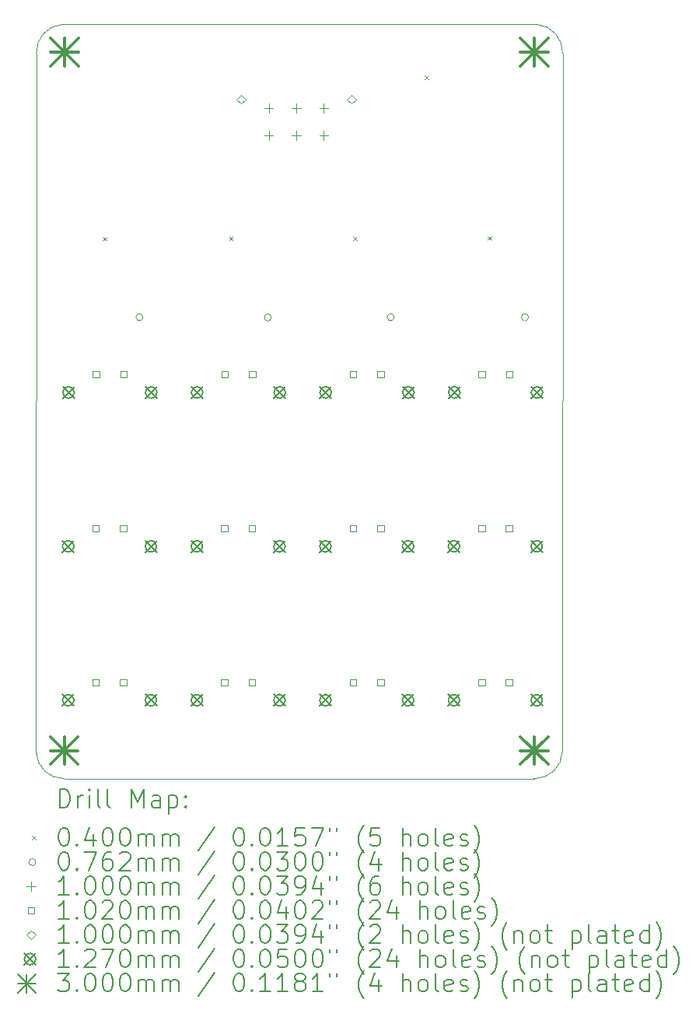
<source format=gbr>
%TF.GenerationSoftware,KiCad,Pcbnew,(6.0.7)*%
%TF.CreationDate,2022-12-11T16:29:18-06:00*%
%TF.ProjectId,BPS-Fan,4250532d-4661-46e2-9e6b-696361645f70,rev?*%
%TF.SameCoordinates,Original*%
%TF.FileFunction,Drillmap*%
%TF.FilePolarity,Positive*%
%FSLAX45Y45*%
G04 Gerber Fmt 4.5, Leading zero omitted, Abs format (unit mm)*
G04 Created by KiCad (PCBNEW (6.0.7)) date 2022-12-11 16:29:18*
%MOMM*%
%LPD*%
G01*
G04 APERTURE LIST*
%ADD10C,0.050000*%
%ADD11C,0.200000*%
%ADD12C,0.040000*%
%ADD13C,0.076200*%
%ADD14C,0.100000*%
%ADD15C,0.102000*%
%ADD16C,0.127000*%
%ADD17C,0.300000*%
G04 APERTURE END LIST*
D10*
X18266853Y-12278996D02*
G75*
G03*
X18577176Y-11984561I7948J302376D01*
G01*
X12847169Y-11984561D02*
G75*
G03*
X13157496Y-12279561I302671J7671D01*
G01*
X13140000Y-4070000D02*
G75*
G03*
X12850000Y-4390000I15000J-305000D01*
G01*
X18580000Y-4390000D02*
G75*
G03*
X18290000Y-4070000I-305000J15000D01*
G01*
X12847176Y-11984561D02*
X12850000Y-4390000D01*
X18266852Y-12279000D02*
X13157496Y-12279561D01*
X18580000Y-4390000D02*
X18577176Y-11984561D01*
X13140000Y-4070000D02*
X18290000Y-4070000D01*
D11*
D12*
X13575926Y-6384561D02*
X13615926Y-6424561D01*
X13615926Y-6384561D02*
X13575926Y-6424561D01*
X14948426Y-6382061D02*
X14988426Y-6422061D01*
X14988426Y-6382061D02*
X14948426Y-6422061D01*
X16298926Y-6379561D02*
X16338926Y-6419561D01*
X16338926Y-6379561D02*
X16298926Y-6419561D01*
X17080000Y-4630000D02*
X17120000Y-4670000D01*
X17120000Y-4630000D02*
X17080000Y-4670000D01*
X17766426Y-6377561D02*
X17806426Y-6417561D01*
X17806426Y-6377561D02*
X17766426Y-6417561D01*
D13*
X14010276Y-7257061D02*
G75*
G03*
X14010276Y-7257061I-38100J0D01*
G01*
X15408100Y-7260000D02*
G75*
G03*
X15408100Y-7260000I-38100J0D01*
G01*
X16745276Y-7257061D02*
G75*
G03*
X16745276Y-7257061I-38100J0D01*
G01*
X18207776Y-7258000D02*
G75*
G03*
X18207776Y-7258000I-38100J0D01*
G01*
D14*
X15380000Y-4930000D02*
X15380000Y-5030000D01*
X15330000Y-4980000D02*
X15430000Y-4980000D01*
X15380000Y-5230000D02*
X15380000Y-5330000D01*
X15330000Y-5280000D02*
X15430000Y-5280000D01*
X15680000Y-4930000D02*
X15680000Y-5030000D01*
X15630000Y-4980000D02*
X15730000Y-4980000D01*
X15680000Y-5230000D02*
X15680000Y-5330000D01*
X15630000Y-5280000D02*
X15730000Y-5280000D01*
X15980000Y-4930000D02*
X15980000Y-5030000D01*
X15930000Y-4980000D02*
X16030000Y-4980000D01*
X15980000Y-5230000D02*
X15980000Y-5330000D01*
X15930000Y-5280000D02*
X16030000Y-5280000D01*
D15*
X13533239Y-9590588D02*
X13533239Y-9518462D01*
X13461113Y-9518462D01*
X13461113Y-9590588D01*
X13533239Y-9590588D01*
X13533239Y-11265530D02*
X13533239Y-11193404D01*
X13461113Y-11193404D01*
X13461113Y-11265530D01*
X13533239Y-11265530D01*
X13536063Y-7916124D02*
X13536063Y-7843998D01*
X13463937Y-7843998D01*
X13463937Y-7916124D01*
X13536063Y-7916124D01*
X13833239Y-9590588D02*
X13833239Y-9518462D01*
X13761113Y-9518462D01*
X13761113Y-9590588D01*
X13833239Y-9590588D01*
X13833239Y-11265530D02*
X13833239Y-11193404D01*
X13761113Y-11193404D01*
X13761113Y-11265530D01*
X13833239Y-11265530D01*
X13836063Y-7916124D02*
X13836063Y-7843998D01*
X13763937Y-7843998D01*
X13763937Y-7916124D01*
X13836063Y-7916124D01*
X14933239Y-9590588D02*
X14933239Y-9518462D01*
X14861113Y-9518462D01*
X14861113Y-9590588D01*
X14933239Y-9590588D01*
X14933239Y-11265530D02*
X14933239Y-11193404D01*
X14861113Y-11193404D01*
X14861113Y-11265530D01*
X14933239Y-11265530D01*
X14936063Y-7916124D02*
X14936063Y-7843998D01*
X14863937Y-7843998D01*
X14863937Y-7916124D01*
X14936063Y-7916124D01*
X15233239Y-9590588D02*
X15233239Y-9518462D01*
X15161113Y-9518462D01*
X15161113Y-9590588D01*
X15233239Y-9590588D01*
X15233239Y-11265530D02*
X15233239Y-11193404D01*
X15161113Y-11193404D01*
X15161113Y-11265530D01*
X15233239Y-11265530D01*
X15236063Y-7916124D02*
X15236063Y-7843998D01*
X15163937Y-7843998D01*
X15163937Y-7916124D01*
X15236063Y-7916124D01*
X16333239Y-9590588D02*
X16333239Y-9518462D01*
X16261113Y-9518462D01*
X16261113Y-9590588D01*
X16333239Y-9590588D01*
X16333239Y-11265530D02*
X16333239Y-11193404D01*
X16261113Y-11193404D01*
X16261113Y-11265530D01*
X16333239Y-11265530D01*
X16336063Y-7916124D02*
X16336063Y-7843998D01*
X16263937Y-7843998D01*
X16263937Y-7916124D01*
X16336063Y-7916124D01*
X16633239Y-9590588D02*
X16633239Y-9518462D01*
X16561113Y-9518462D01*
X16561113Y-9590588D01*
X16633239Y-9590588D01*
X16633239Y-11265530D02*
X16633239Y-11193404D01*
X16561113Y-11193404D01*
X16561113Y-11265530D01*
X16633239Y-11265530D01*
X16636063Y-7916124D02*
X16636063Y-7843998D01*
X16563937Y-7843998D01*
X16563937Y-7916124D01*
X16636063Y-7916124D01*
X17733239Y-9590588D02*
X17733239Y-9518462D01*
X17661113Y-9518462D01*
X17661113Y-9590588D01*
X17733239Y-9590588D01*
X17733239Y-11265530D02*
X17733239Y-11193404D01*
X17661113Y-11193404D01*
X17661113Y-11265530D01*
X17733239Y-11265530D01*
X17736063Y-7916124D02*
X17736063Y-7843998D01*
X17663937Y-7843998D01*
X17663937Y-7916124D01*
X17736063Y-7916124D01*
X18033239Y-9590588D02*
X18033239Y-9518462D01*
X17961113Y-9518462D01*
X17961113Y-9590588D01*
X18033239Y-9590588D01*
X18033239Y-11265530D02*
X18033239Y-11193404D01*
X17961113Y-11193404D01*
X17961113Y-11265530D01*
X18033239Y-11265530D01*
X18036063Y-7916124D02*
X18036063Y-7843998D01*
X17963937Y-7843998D01*
X17963937Y-7916124D01*
X18036063Y-7916124D01*
D14*
X15080000Y-4936000D02*
X15130000Y-4886000D01*
X15080000Y-4836000D01*
X15030000Y-4886000D01*
X15080000Y-4936000D01*
X16280000Y-4936000D02*
X16330000Y-4886000D01*
X16280000Y-4836000D01*
X16230000Y-4886000D01*
X16280000Y-4936000D01*
D16*
X13133676Y-9687025D02*
X13260676Y-9814025D01*
X13260676Y-9687025D02*
X13133676Y-9814025D01*
X13260676Y-9750525D02*
G75*
G03*
X13260676Y-9750525I-63500J0D01*
G01*
X13133676Y-11361967D02*
X13260676Y-11488967D01*
X13260676Y-11361967D02*
X13133676Y-11488967D01*
X13260676Y-11425467D02*
G75*
G03*
X13260676Y-11425467I-63500J0D01*
G01*
X13136500Y-8012561D02*
X13263500Y-8139561D01*
X13263500Y-8012561D02*
X13136500Y-8139561D01*
X13263500Y-8076061D02*
G75*
G03*
X13263500Y-8076061I-63500J0D01*
G01*
X14033676Y-9687025D02*
X14160676Y-9814025D01*
X14160676Y-9687025D02*
X14033676Y-9814025D01*
X14160676Y-9750525D02*
G75*
G03*
X14160676Y-9750525I-63500J0D01*
G01*
X14033676Y-11361967D02*
X14160676Y-11488967D01*
X14160676Y-11361967D02*
X14033676Y-11488967D01*
X14160676Y-11425467D02*
G75*
G03*
X14160676Y-11425467I-63500J0D01*
G01*
X14036500Y-8012561D02*
X14163500Y-8139561D01*
X14163500Y-8012561D02*
X14036500Y-8139561D01*
X14163500Y-8076061D02*
G75*
G03*
X14163500Y-8076061I-63500J0D01*
G01*
X14533676Y-9687025D02*
X14660676Y-9814025D01*
X14660676Y-9687025D02*
X14533676Y-9814025D01*
X14660676Y-9750525D02*
G75*
G03*
X14660676Y-9750525I-63500J0D01*
G01*
X14533676Y-11361967D02*
X14660676Y-11488967D01*
X14660676Y-11361967D02*
X14533676Y-11488967D01*
X14660676Y-11425467D02*
G75*
G03*
X14660676Y-11425467I-63500J0D01*
G01*
X14536500Y-8012561D02*
X14663500Y-8139561D01*
X14663500Y-8012561D02*
X14536500Y-8139561D01*
X14663500Y-8076061D02*
G75*
G03*
X14663500Y-8076061I-63500J0D01*
G01*
X15433676Y-9687025D02*
X15560676Y-9814025D01*
X15560676Y-9687025D02*
X15433676Y-9814025D01*
X15560676Y-9750525D02*
G75*
G03*
X15560676Y-9750525I-63500J0D01*
G01*
X15433676Y-11361967D02*
X15560676Y-11488967D01*
X15560676Y-11361967D02*
X15433676Y-11488967D01*
X15560676Y-11425467D02*
G75*
G03*
X15560676Y-11425467I-63500J0D01*
G01*
X15436500Y-8012561D02*
X15563500Y-8139561D01*
X15563500Y-8012561D02*
X15436500Y-8139561D01*
X15563500Y-8076061D02*
G75*
G03*
X15563500Y-8076061I-63500J0D01*
G01*
X15933676Y-9687025D02*
X16060676Y-9814025D01*
X16060676Y-9687025D02*
X15933676Y-9814025D01*
X16060676Y-9750525D02*
G75*
G03*
X16060676Y-9750525I-63500J0D01*
G01*
X15933676Y-11361967D02*
X16060676Y-11488967D01*
X16060676Y-11361967D02*
X15933676Y-11488967D01*
X16060676Y-11425467D02*
G75*
G03*
X16060676Y-11425467I-63500J0D01*
G01*
X15936500Y-8012561D02*
X16063500Y-8139561D01*
X16063500Y-8012561D02*
X15936500Y-8139561D01*
X16063500Y-8076061D02*
G75*
G03*
X16063500Y-8076061I-63500J0D01*
G01*
X16833676Y-9687025D02*
X16960676Y-9814025D01*
X16960676Y-9687025D02*
X16833676Y-9814025D01*
X16960676Y-9750525D02*
G75*
G03*
X16960676Y-9750525I-63500J0D01*
G01*
X16833676Y-11361967D02*
X16960676Y-11488967D01*
X16960676Y-11361967D02*
X16833676Y-11488967D01*
X16960676Y-11425467D02*
G75*
G03*
X16960676Y-11425467I-63500J0D01*
G01*
X16836500Y-8012561D02*
X16963500Y-8139561D01*
X16963500Y-8012561D02*
X16836500Y-8139561D01*
X16963500Y-8076061D02*
G75*
G03*
X16963500Y-8076061I-63500J0D01*
G01*
X17333676Y-9687025D02*
X17460676Y-9814025D01*
X17460676Y-9687025D02*
X17333676Y-9814025D01*
X17460676Y-9750525D02*
G75*
G03*
X17460676Y-9750525I-63500J0D01*
G01*
X17333676Y-11361967D02*
X17460676Y-11488967D01*
X17460676Y-11361967D02*
X17333676Y-11488967D01*
X17460676Y-11425467D02*
G75*
G03*
X17460676Y-11425467I-63500J0D01*
G01*
X17336500Y-8012561D02*
X17463500Y-8139561D01*
X17463500Y-8012561D02*
X17336500Y-8139561D01*
X17463500Y-8076061D02*
G75*
G03*
X17463500Y-8076061I-63500J0D01*
G01*
X18233676Y-9687025D02*
X18360676Y-9814025D01*
X18360676Y-9687025D02*
X18233676Y-9814025D01*
X18360676Y-9750525D02*
G75*
G03*
X18360676Y-9750525I-63500J0D01*
G01*
X18233676Y-11361967D02*
X18360676Y-11488967D01*
X18360676Y-11361967D02*
X18233676Y-11488967D01*
X18360676Y-11425467D02*
G75*
G03*
X18360676Y-11425467I-63500J0D01*
G01*
X18236500Y-8012561D02*
X18363500Y-8139561D01*
X18363500Y-8012561D02*
X18236500Y-8139561D01*
X18363500Y-8076061D02*
G75*
G03*
X18363500Y-8076061I-63500J0D01*
G01*
D17*
X13004352Y-11824561D02*
X13304352Y-12124561D01*
X13304352Y-11824561D02*
X13004352Y-12124561D01*
X13154352Y-11824561D02*
X13154352Y-12124561D01*
X13004352Y-11974561D02*
X13304352Y-11974561D01*
X13007176Y-4224561D02*
X13307176Y-4524561D01*
X13307176Y-4224561D02*
X13007176Y-4524561D01*
X13157176Y-4224561D02*
X13157176Y-4524561D01*
X13007176Y-4374561D02*
X13307176Y-4374561D01*
X18119352Y-11824561D02*
X18419352Y-12124561D01*
X18419352Y-11824561D02*
X18119352Y-12124561D01*
X18269352Y-11824561D02*
X18269352Y-12124561D01*
X18119352Y-11974561D02*
X18419352Y-11974561D01*
X18122176Y-4224561D02*
X18422176Y-4524561D01*
X18422176Y-4224561D02*
X18122176Y-4524561D01*
X18272176Y-4224561D02*
X18272176Y-4524561D01*
X18122176Y-4374561D02*
X18422176Y-4374561D01*
D11*
X13102295Y-12592634D02*
X13102295Y-12392634D01*
X13149914Y-12392634D01*
X13178486Y-12402158D01*
X13197533Y-12421205D01*
X13207057Y-12440253D01*
X13216581Y-12478348D01*
X13216581Y-12506920D01*
X13207057Y-12545015D01*
X13197533Y-12564062D01*
X13178486Y-12583110D01*
X13149914Y-12592634D01*
X13102295Y-12592634D01*
X13302295Y-12592634D02*
X13302295Y-12459301D01*
X13302295Y-12497396D02*
X13311819Y-12478348D01*
X13321343Y-12468824D01*
X13340390Y-12459301D01*
X13359438Y-12459301D01*
X13426105Y-12592634D02*
X13426105Y-12459301D01*
X13426105Y-12392634D02*
X13416581Y-12402158D01*
X13426105Y-12411682D01*
X13435628Y-12402158D01*
X13426105Y-12392634D01*
X13426105Y-12411682D01*
X13549914Y-12592634D02*
X13530867Y-12583110D01*
X13521343Y-12564062D01*
X13521343Y-12392634D01*
X13654676Y-12592634D02*
X13635628Y-12583110D01*
X13626105Y-12564062D01*
X13626105Y-12392634D01*
X13883248Y-12592634D02*
X13883248Y-12392634D01*
X13949914Y-12535491D01*
X14016581Y-12392634D01*
X14016581Y-12592634D01*
X14197533Y-12592634D02*
X14197533Y-12487872D01*
X14188009Y-12468824D01*
X14168962Y-12459301D01*
X14130867Y-12459301D01*
X14111819Y-12468824D01*
X14197533Y-12583110D02*
X14178486Y-12592634D01*
X14130867Y-12592634D01*
X14111819Y-12583110D01*
X14102295Y-12564062D01*
X14102295Y-12545015D01*
X14111819Y-12525967D01*
X14130867Y-12516443D01*
X14178486Y-12516443D01*
X14197533Y-12506920D01*
X14292771Y-12459301D02*
X14292771Y-12659301D01*
X14292771Y-12468824D02*
X14311819Y-12459301D01*
X14349914Y-12459301D01*
X14368962Y-12468824D01*
X14378486Y-12478348D01*
X14388009Y-12497396D01*
X14388009Y-12554539D01*
X14378486Y-12573586D01*
X14368962Y-12583110D01*
X14349914Y-12592634D01*
X14311819Y-12592634D01*
X14292771Y-12583110D01*
X14473724Y-12573586D02*
X14483248Y-12583110D01*
X14473724Y-12592634D01*
X14464200Y-12583110D01*
X14473724Y-12573586D01*
X14473724Y-12592634D01*
X14473724Y-12468824D02*
X14483248Y-12478348D01*
X14473724Y-12487872D01*
X14464200Y-12478348D01*
X14473724Y-12468824D01*
X14473724Y-12487872D01*
D12*
X12804676Y-12902158D02*
X12844676Y-12942158D01*
X12844676Y-12902158D02*
X12804676Y-12942158D01*
D11*
X13140390Y-12812634D02*
X13159438Y-12812634D01*
X13178486Y-12822158D01*
X13188009Y-12831682D01*
X13197533Y-12850729D01*
X13207057Y-12888824D01*
X13207057Y-12936443D01*
X13197533Y-12974539D01*
X13188009Y-12993586D01*
X13178486Y-13003110D01*
X13159438Y-13012634D01*
X13140390Y-13012634D01*
X13121343Y-13003110D01*
X13111819Y-12993586D01*
X13102295Y-12974539D01*
X13092771Y-12936443D01*
X13092771Y-12888824D01*
X13102295Y-12850729D01*
X13111819Y-12831682D01*
X13121343Y-12822158D01*
X13140390Y-12812634D01*
X13292771Y-12993586D02*
X13302295Y-13003110D01*
X13292771Y-13012634D01*
X13283248Y-13003110D01*
X13292771Y-12993586D01*
X13292771Y-13012634D01*
X13473724Y-12879301D02*
X13473724Y-13012634D01*
X13426105Y-12803110D02*
X13378486Y-12945967D01*
X13502295Y-12945967D01*
X13616581Y-12812634D02*
X13635628Y-12812634D01*
X13654676Y-12822158D01*
X13664200Y-12831682D01*
X13673724Y-12850729D01*
X13683248Y-12888824D01*
X13683248Y-12936443D01*
X13673724Y-12974539D01*
X13664200Y-12993586D01*
X13654676Y-13003110D01*
X13635628Y-13012634D01*
X13616581Y-13012634D01*
X13597533Y-13003110D01*
X13588009Y-12993586D01*
X13578486Y-12974539D01*
X13568962Y-12936443D01*
X13568962Y-12888824D01*
X13578486Y-12850729D01*
X13588009Y-12831682D01*
X13597533Y-12822158D01*
X13616581Y-12812634D01*
X13807057Y-12812634D02*
X13826105Y-12812634D01*
X13845152Y-12822158D01*
X13854676Y-12831682D01*
X13864200Y-12850729D01*
X13873724Y-12888824D01*
X13873724Y-12936443D01*
X13864200Y-12974539D01*
X13854676Y-12993586D01*
X13845152Y-13003110D01*
X13826105Y-13012634D01*
X13807057Y-13012634D01*
X13788009Y-13003110D01*
X13778486Y-12993586D01*
X13768962Y-12974539D01*
X13759438Y-12936443D01*
X13759438Y-12888824D01*
X13768962Y-12850729D01*
X13778486Y-12831682D01*
X13788009Y-12822158D01*
X13807057Y-12812634D01*
X13959438Y-13012634D02*
X13959438Y-12879301D01*
X13959438Y-12898348D02*
X13968962Y-12888824D01*
X13988009Y-12879301D01*
X14016581Y-12879301D01*
X14035628Y-12888824D01*
X14045152Y-12907872D01*
X14045152Y-13012634D01*
X14045152Y-12907872D02*
X14054676Y-12888824D01*
X14073724Y-12879301D01*
X14102295Y-12879301D01*
X14121343Y-12888824D01*
X14130867Y-12907872D01*
X14130867Y-13012634D01*
X14226105Y-13012634D02*
X14226105Y-12879301D01*
X14226105Y-12898348D02*
X14235628Y-12888824D01*
X14254676Y-12879301D01*
X14283248Y-12879301D01*
X14302295Y-12888824D01*
X14311819Y-12907872D01*
X14311819Y-13012634D01*
X14311819Y-12907872D02*
X14321343Y-12888824D01*
X14340390Y-12879301D01*
X14368962Y-12879301D01*
X14388009Y-12888824D01*
X14397533Y-12907872D01*
X14397533Y-13012634D01*
X14788009Y-12803110D02*
X14616581Y-13060253D01*
X15045152Y-12812634D02*
X15064200Y-12812634D01*
X15083248Y-12822158D01*
X15092771Y-12831682D01*
X15102295Y-12850729D01*
X15111819Y-12888824D01*
X15111819Y-12936443D01*
X15102295Y-12974539D01*
X15092771Y-12993586D01*
X15083248Y-13003110D01*
X15064200Y-13012634D01*
X15045152Y-13012634D01*
X15026105Y-13003110D01*
X15016581Y-12993586D01*
X15007057Y-12974539D01*
X14997533Y-12936443D01*
X14997533Y-12888824D01*
X15007057Y-12850729D01*
X15016581Y-12831682D01*
X15026105Y-12822158D01*
X15045152Y-12812634D01*
X15197533Y-12993586D02*
X15207057Y-13003110D01*
X15197533Y-13012634D01*
X15188009Y-13003110D01*
X15197533Y-12993586D01*
X15197533Y-13012634D01*
X15330867Y-12812634D02*
X15349914Y-12812634D01*
X15368962Y-12822158D01*
X15378486Y-12831682D01*
X15388009Y-12850729D01*
X15397533Y-12888824D01*
X15397533Y-12936443D01*
X15388009Y-12974539D01*
X15378486Y-12993586D01*
X15368962Y-13003110D01*
X15349914Y-13012634D01*
X15330867Y-13012634D01*
X15311819Y-13003110D01*
X15302295Y-12993586D01*
X15292771Y-12974539D01*
X15283248Y-12936443D01*
X15283248Y-12888824D01*
X15292771Y-12850729D01*
X15302295Y-12831682D01*
X15311819Y-12822158D01*
X15330867Y-12812634D01*
X15588009Y-13012634D02*
X15473724Y-13012634D01*
X15530867Y-13012634D02*
X15530867Y-12812634D01*
X15511819Y-12841205D01*
X15492771Y-12860253D01*
X15473724Y-12869777D01*
X15768962Y-12812634D02*
X15673724Y-12812634D01*
X15664200Y-12907872D01*
X15673724Y-12898348D01*
X15692771Y-12888824D01*
X15740390Y-12888824D01*
X15759438Y-12898348D01*
X15768962Y-12907872D01*
X15778486Y-12926920D01*
X15778486Y-12974539D01*
X15768962Y-12993586D01*
X15759438Y-13003110D01*
X15740390Y-13012634D01*
X15692771Y-13012634D01*
X15673724Y-13003110D01*
X15664200Y-12993586D01*
X15845152Y-12812634D02*
X15978486Y-12812634D01*
X15892771Y-13012634D01*
X16045152Y-12812634D02*
X16045152Y-12850729D01*
X16121343Y-12812634D02*
X16121343Y-12850729D01*
X16416581Y-13088824D02*
X16407057Y-13079301D01*
X16388009Y-13050729D01*
X16378486Y-13031682D01*
X16368962Y-13003110D01*
X16359438Y-12955491D01*
X16359438Y-12917396D01*
X16368962Y-12869777D01*
X16378486Y-12841205D01*
X16388009Y-12822158D01*
X16407057Y-12793586D01*
X16416581Y-12784062D01*
X16588009Y-12812634D02*
X16492771Y-12812634D01*
X16483248Y-12907872D01*
X16492771Y-12898348D01*
X16511819Y-12888824D01*
X16559438Y-12888824D01*
X16578486Y-12898348D01*
X16588009Y-12907872D01*
X16597533Y-12926920D01*
X16597533Y-12974539D01*
X16588009Y-12993586D01*
X16578486Y-13003110D01*
X16559438Y-13012634D01*
X16511819Y-13012634D01*
X16492771Y-13003110D01*
X16483248Y-12993586D01*
X16835629Y-13012634D02*
X16835629Y-12812634D01*
X16921343Y-13012634D02*
X16921343Y-12907872D01*
X16911819Y-12888824D01*
X16892771Y-12879301D01*
X16864200Y-12879301D01*
X16845152Y-12888824D01*
X16835629Y-12898348D01*
X17045152Y-13012634D02*
X17026105Y-13003110D01*
X17016581Y-12993586D01*
X17007057Y-12974539D01*
X17007057Y-12917396D01*
X17016581Y-12898348D01*
X17026105Y-12888824D01*
X17045152Y-12879301D01*
X17073724Y-12879301D01*
X17092771Y-12888824D01*
X17102295Y-12898348D01*
X17111819Y-12917396D01*
X17111819Y-12974539D01*
X17102295Y-12993586D01*
X17092771Y-13003110D01*
X17073724Y-13012634D01*
X17045152Y-13012634D01*
X17226105Y-13012634D02*
X17207057Y-13003110D01*
X17197533Y-12984062D01*
X17197533Y-12812634D01*
X17378486Y-13003110D02*
X17359438Y-13012634D01*
X17321343Y-13012634D01*
X17302295Y-13003110D01*
X17292771Y-12984062D01*
X17292771Y-12907872D01*
X17302295Y-12888824D01*
X17321343Y-12879301D01*
X17359438Y-12879301D01*
X17378486Y-12888824D01*
X17388010Y-12907872D01*
X17388010Y-12926920D01*
X17292771Y-12945967D01*
X17464200Y-13003110D02*
X17483248Y-13012634D01*
X17521343Y-13012634D01*
X17540390Y-13003110D01*
X17549914Y-12984062D01*
X17549914Y-12974539D01*
X17540390Y-12955491D01*
X17521343Y-12945967D01*
X17492771Y-12945967D01*
X17473724Y-12936443D01*
X17464200Y-12917396D01*
X17464200Y-12907872D01*
X17473724Y-12888824D01*
X17492771Y-12879301D01*
X17521343Y-12879301D01*
X17540390Y-12888824D01*
X17616581Y-13088824D02*
X17626105Y-13079301D01*
X17645152Y-13050729D01*
X17654676Y-13031682D01*
X17664200Y-13003110D01*
X17673724Y-12955491D01*
X17673724Y-12917396D01*
X17664200Y-12869777D01*
X17654676Y-12841205D01*
X17645152Y-12822158D01*
X17626105Y-12793586D01*
X17616581Y-12784062D01*
D13*
X12844676Y-13186158D02*
G75*
G03*
X12844676Y-13186158I-38100J0D01*
G01*
D11*
X13140390Y-13076634D02*
X13159438Y-13076634D01*
X13178486Y-13086158D01*
X13188009Y-13095682D01*
X13197533Y-13114729D01*
X13207057Y-13152824D01*
X13207057Y-13200443D01*
X13197533Y-13238539D01*
X13188009Y-13257586D01*
X13178486Y-13267110D01*
X13159438Y-13276634D01*
X13140390Y-13276634D01*
X13121343Y-13267110D01*
X13111819Y-13257586D01*
X13102295Y-13238539D01*
X13092771Y-13200443D01*
X13092771Y-13152824D01*
X13102295Y-13114729D01*
X13111819Y-13095682D01*
X13121343Y-13086158D01*
X13140390Y-13076634D01*
X13292771Y-13257586D02*
X13302295Y-13267110D01*
X13292771Y-13276634D01*
X13283248Y-13267110D01*
X13292771Y-13257586D01*
X13292771Y-13276634D01*
X13368962Y-13076634D02*
X13502295Y-13076634D01*
X13416581Y-13276634D01*
X13664200Y-13076634D02*
X13626105Y-13076634D01*
X13607057Y-13086158D01*
X13597533Y-13095682D01*
X13578486Y-13124253D01*
X13568962Y-13162348D01*
X13568962Y-13238539D01*
X13578486Y-13257586D01*
X13588009Y-13267110D01*
X13607057Y-13276634D01*
X13645152Y-13276634D01*
X13664200Y-13267110D01*
X13673724Y-13257586D01*
X13683248Y-13238539D01*
X13683248Y-13190920D01*
X13673724Y-13171872D01*
X13664200Y-13162348D01*
X13645152Y-13152824D01*
X13607057Y-13152824D01*
X13588009Y-13162348D01*
X13578486Y-13171872D01*
X13568962Y-13190920D01*
X13759438Y-13095682D02*
X13768962Y-13086158D01*
X13788009Y-13076634D01*
X13835628Y-13076634D01*
X13854676Y-13086158D01*
X13864200Y-13095682D01*
X13873724Y-13114729D01*
X13873724Y-13133777D01*
X13864200Y-13162348D01*
X13749914Y-13276634D01*
X13873724Y-13276634D01*
X13959438Y-13276634D02*
X13959438Y-13143301D01*
X13959438Y-13162348D02*
X13968962Y-13152824D01*
X13988009Y-13143301D01*
X14016581Y-13143301D01*
X14035628Y-13152824D01*
X14045152Y-13171872D01*
X14045152Y-13276634D01*
X14045152Y-13171872D02*
X14054676Y-13152824D01*
X14073724Y-13143301D01*
X14102295Y-13143301D01*
X14121343Y-13152824D01*
X14130867Y-13171872D01*
X14130867Y-13276634D01*
X14226105Y-13276634D02*
X14226105Y-13143301D01*
X14226105Y-13162348D02*
X14235628Y-13152824D01*
X14254676Y-13143301D01*
X14283248Y-13143301D01*
X14302295Y-13152824D01*
X14311819Y-13171872D01*
X14311819Y-13276634D01*
X14311819Y-13171872D02*
X14321343Y-13152824D01*
X14340390Y-13143301D01*
X14368962Y-13143301D01*
X14388009Y-13152824D01*
X14397533Y-13171872D01*
X14397533Y-13276634D01*
X14788009Y-13067110D02*
X14616581Y-13324253D01*
X15045152Y-13076634D02*
X15064200Y-13076634D01*
X15083248Y-13086158D01*
X15092771Y-13095682D01*
X15102295Y-13114729D01*
X15111819Y-13152824D01*
X15111819Y-13200443D01*
X15102295Y-13238539D01*
X15092771Y-13257586D01*
X15083248Y-13267110D01*
X15064200Y-13276634D01*
X15045152Y-13276634D01*
X15026105Y-13267110D01*
X15016581Y-13257586D01*
X15007057Y-13238539D01*
X14997533Y-13200443D01*
X14997533Y-13152824D01*
X15007057Y-13114729D01*
X15016581Y-13095682D01*
X15026105Y-13086158D01*
X15045152Y-13076634D01*
X15197533Y-13257586D02*
X15207057Y-13267110D01*
X15197533Y-13276634D01*
X15188009Y-13267110D01*
X15197533Y-13257586D01*
X15197533Y-13276634D01*
X15330867Y-13076634D02*
X15349914Y-13076634D01*
X15368962Y-13086158D01*
X15378486Y-13095682D01*
X15388009Y-13114729D01*
X15397533Y-13152824D01*
X15397533Y-13200443D01*
X15388009Y-13238539D01*
X15378486Y-13257586D01*
X15368962Y-13267110D01*
X15349914Y-13276634D01*
X15330867Y-13276634D01*
X15311819Y-13267110D01*
X15302295Y-13257586D01*
X15292771Y-13238539D01*
X15283248Y-13200443D01*
X15283248Y-13152824D01*
X15292771Y-13114729D01*
X15302295Y-13095682D01*
X15311819Y-13086158D01*
X15330867Y-13076634D01*
X15464200Y-13076634D02*
X15588009Y-13076634D01*
X15521343Y-13152824D01*
X15549914Y-13152824D01*
X15568962Y-13162348D01*
X15578486Y-13171872D01*
X15588009Y-13190920D01*
X15588009Y-13238539D01*
X15578486Y-13257586D01*
X15568962Y-13267110D01*
X15549914Y-13276634D01*
X15492771Y-13276634D01*
X15473724Y-13267110D01*
X15464200Y-13257586D01*
X15711819Y-13076634D02*
X15730867Y-13076634D01*
X15749914Y-13086158D01*
X15759438Y-13095682D01*
X15768962Y-13114729D01*
X15778486Y-13152824D01*
X15778486Y-13200443D01*
X15768962Y-13238539D01*
X15759438Y-13257586D01*
X15749914Y-13267110D01*
X15730867Y-13276634D01*
X15711819Y-13276634D01*
X15692771Y-13267110D01*
X15683248Y-13257586D01*
X15673724Y-13238539D01*
X15664200Y-13200443D01*
X15664200Y-13152824D01*
X15673724Y-13114729D01*
X15683248Y-13095682D01*
X15692771Y-13086158D01*
X15711819Y-13076634D01*
X15902295Y-13076634D02*
X15921343Y-13076634D01*
X15940390Y-13086158D01*
X15949914Y-13095682D01*
X15959438Y-13114729D01*
X15968962Y-13152824D01*
X15968962Y-13200443D01*
X15959438Y-13238539D01*
X15949914Y-13257586D01*
X15940390Y-13267110D01*
X15921343Y-13276634D01*
X15902295Y-13276634D01*
X15883248Y-13267110D01*
X15873724Y-13257586D01*
X15864200Y-13238539D01*
X15854676Y-13200443D01*
X15854676Y-13152824D01*
X15864200Y-13114729D01*
X15873724Y-13095682D01*
X15883248Y-13086158D01*
X15902295Y-13076634D01*
X16045152Y-13076634D02*
X16045152Y-13114729D01*
X16121343Y-13076634D02*
X16121343Y-13114729D01*
X16416581Y-13352824D02*
X16407057Y-13343301D01*
X16388009Y-13314729D01*
X16378486Y-13295682D01*
X16368962Y-13267110D01*
X16359438Y-13219491D01*
X16359438Y-13181396D01*
X16368962Y-13133777D01*
X16378486Y-13105205D01*
X16388009Y-13086158D01*
X16407057Y-13057586D01*
X16416581Y-13048062D01*
X16578486Y-13143301D02*
X16578486Y-13276634D01*
X16530867Y-13067110D02*
X16483248Y-13209967D01*
X16607057Y-13209967D01*
X16835629Y-13276634D02*
X16835629Y-13076634D01*
X16921343Y-13276634D02*
X16921343Y-13171872D01*
X16911819Y-13152824D01*
X16892771Y-13143301D01*
X16864200Y-13143301D01*
X16845152Y-13152824D01*
X16835629Y-13162348D01*
X17045152Y-13276634D02*
X17026105Y-13267110D01*
X17016581Y-13257586D01*
X17007057Y-13238539D01*
X17007057Y-13181396D01*
X17016581Y-13162348D01*
X17026105Y-13152824D01*
X17045152Y-13143301D01*
X17073724Y-13143301D01*
X17092771Y-13152824D01*
X17102295Y-13162348D01*
X17111819Y-13181396D01*
X17111819Y-13238539D01*
X17102295Y-13257586D01*
X17092771Y-13267110D01*
X17073724Y-13276634D01*
X17045152Y-13276634D01*
X17226105Y-13276634D02*
X17207057Y-13267110D01*
X17197533Y-13248062D01*
X17197533Y-13076634D01*
X17378486Y-13267110D02*
X17359438Y-13276634D01*
X17321343Y-13276634D01*
X17302295Y-13267110D01*
X17292771Y-13248062D01*
X17292771Y-13171872D01*
X17302295Y-13152824D01*
X17321343Y-13143301D01*
X17359438Y-13143301D01*
X17378486Y-13152824D01*
X17388010Y-13171872D01*
X17388010Y-13190920D01*
X17292771Y-13209967D01*
X17464200Y-13267110D02*
X17483248Y-13276634D01*
X17521343Y-13276634D01*
X17540390Y-13267110D01*
X17549914Y-13248062D01*
X17549914Y-13238539D01*
X17540390Y-13219491D01*
X17521343Y-13209967D01*
X17492771Y-13209967D01*
X17473724Y-13200443D01*
X17464200Y-13181396D01*
X17464200Y-13171872D01*
X17473724Y-13152824D01*
X17492771Y-13143301D01*
X17521343Y-13143301D01*
X17540390Y-13152824D01*
X17616581Y-13352824D02*
X17626105Y-13343301D01*
X17645152Y-13314729D01*
X17654676Y-13295682D01*
X17664200Y-13267110D01*
X17673724Y-13219491D01*
X17673724Y-13181396D01*
X17664200Y-13133777D01*
X17654676Y-13105205D01*
X17645152Y-13086158D01*
X17626105Y-13057586D01*
X17616581Y-13048062D01*
D14*
X12794676Y-13400158D02*
X12794676Y-13500158D01*
X12744676Y-13450158D02*
X12844676Y-13450158D01*
D11*
X13207057Y-13540634D02*
X13092771Y-13540634D01*
X13149914Y-13540634D02*
X13149914Y-13340634D01*
X13130867Y-13369205D01*
X13111819Y-13388253D01*
X13092771Y-13397777D01*
X13292771Y-13521586D02*
X13302295Y-13531110D01*
X13292771Y-13540634D01*
X13283248Y-13531110D01*
X13292771Y-13521586D01*
X13292771Y-13540634D01*
X13426105Y-13340634D02*
X13445152Y-13340634D01*
X13464200Y-13350158D01*
X13473724Y-13359682D01*
X13483248Y-13378729D01*
X13492771Y-13416824D01*
X13492771Y-13464443D01*
X13483248Y-13502539D01*
X13473724Y-13521586D01*
X13464200Y-13531110D01*
X13445152Y-13540634D01*
X13426105Y-13540634D01*
X13407057Y-13531110D01*
X13397533Y-13521586D01*
X13388009Y-13502539D01*
X13378486Y-13464443D01*
X13378486Y-13416824D01*
X13388009Y-13378729D01*
X13397533Y-13359682D01*
X13407057Y-13350158D01*
X13426105Y-13340634D01*
X13616581Y-13340634D02*
X13635628Y-13340634D01*
X13654676Y-13350158D01*
X13664200Y-13359682D01*
X13673724Y-13378729D01*
X13683248Y-13416824D01*
X13683248Y-13464443D01*
X13673724Y-13502539D01*
X13664200Y-13521586D01*
X13654676Y-13531110D01*
X13635628Y-13540634D01*
X13616581Y-13540634D01*
X13597533Y-13531110D01*
X13588009Y-13521586D01*
X13578486Y-13502539D01*
X13568962Y-13464443D01*
X13568962Y-13416824D01*
X13578486Y-13378729D01*
X13588009Y-13359682D01*
X13597533Y-13350158D01*
X13616581Y-13340634D01*
X13807057Y-13340634D02*
X13826105Y-13340634D01*
X13845152Y-13350158D01*
X13854676Y-13359682D01*
X13864200Y-13378729D01*
X13873724Y-13416824D01*
X13873724Y-13464443D01*
X13864200Y-13502539D01*
X13854676Y-13521586D01*
X13845152Y-13531110D01*
X13826105Y-13540634D01*
X13807057Y-13540634D01*
X13788009Y-13531110D01*
X13778486Y-13521586D01*
X13768962Y-13502539D01*
X13759438Y-13464443D01*
X13759438Y-13416824D01*
X13768962Y-13378729D01*
X13778486Y-13359682D01*
X13788009Y-13350158D01*
X13807057Y-13340634D01*
X13959438Y-13540634D02*
X13959438Y-13407301D01*
X13959438Y-13426348D02*
X13968962Y-13416824D01*
X13988009Y-13407301D01*
X14016581Y-13407301D01*
X14035628Y-13416824D01*
X14045152Y-13435872D01*
X14045152Y-13540634D01*
X14045152Y-13435872D02*
X14054676Y-13416824D01*
X14073724Y-13407301D01*
X14102295Y-13407301D01*
X14121343Y-13416824D01*
X14130867Y-13435872D01*
X14130867Y-13540634D01*
X14226105Y-13540634D02*
X14226105Y-13407301D01*
X14226105Y-13426348D02*
X14235628Y-13416824D01*
X14254676Y-13407301D01*
X14283248Y-13407301D01*
X14302295Y-13416824D01*
X14311819Y-13435872D01*
X14311819Y-13540634D01*
X14311819Y-13435872D02*
X14321343Y-13416824D01*
X14340390Y-13407301D01*
X14368962Y-13407301D01*
X14388009Y-13416824D01*
X14397533Y-13435872D01*
X14397533Y-13540634D01*
X14788009Y-13331110D02*
X14616581Y-13588253D01*
X15045152Y-13340634D02*
X15064200Y-13340634D01*
X15083248Y-13350158D01*
X15092771Y-13359682D01*
X15102295Y-13378729D01*
X15111819Y-13416824D01*
X15111819Y-13464443D01*
X15102295Y-13502539D01*
X15092771Y-13521586D01*
X15083248Y-13531110D01*
X15064200Y-13540634D01*
X15045152Y-13540634D01*
X15026105Y-13531110D01*
X15016581Y-13521586D01*
X15007057Y-13502539D01*
X14997533Y-13464443D01*
X14997533Y-13416824D01*
X15007057Y-13378729D01*
X15016581Y-13359682D01*
X15026105Y-13350158D01*
X15045152Y-13340634D01*
X15197533Y-13521586D02*
X15207057Y-13531110D01*
X15197533Y-13540634D01*
X15188009Y-13531110D01*
X15197533Y-13521586D01*
X15197533Y-13540634D01*
X15330867Y-13340634D02*
X15349914Y-13340634D01*
X15368962Y-13350158D01*
X15378486Y-13359682D01*
X15388009Y-13378729D01*
X15397533Y-13416824D01*
X15397533Y-13464443D01*
X15388009Y-13502539D01*
X15378486Y-13521586D01*
X15368962Y-13531110D01*
X15349914Y-13540634D01*
X15330867Y-13540634D01*
X15311819Y-13531110D01*
X15302295Y-13521586D01*
X15292771Y-13502539D01*
X15283248Y-13464443D01*
X15283248Y-13416824D01*
X15292771Y-13378729D01*
X15302295Y-13359682D01*
X15311819Y-13350158D01*
X15330867Y-13340634D01*
X15464200Y-13340634D02*
X15588009Y-13340634D01*
X15521343Y-13416824D01*
X15549914Y-13416824D01*
X15568962Y-13426348D01*
X15578486Y-13435872D01*
X15588009Y-13454920D01*
X15588009Y-13502539D01*
X15578486Y-13521586D01*
X15568962Y-13531110D01*
X15549914Y-13540634D01*
X15492771Y-13540634D01*
X15473724Y-13531110D01*
X15464200Y-13521586D01*
X15683248Y-13540634D02*
X15721343Y-13540634D01*
X15740390Y-13531110D01*
X15749914Y-13521586D01*
X15768962Y-13493015D01*
X15778486Y-13454920D01*
X15778486Y-13378729D01*
X15768962Y-13359682D01*
X15759438Y-13350158D01*
X15740390Y-13340634D01*
X15702295Y-13340634D01*
X15683248Y-13350158D01*
X15673724Y-13359682D01*
X15664200Y-13378729D01*
X15664200Y-13426348D01*
X15673724Y-13445396D01*
X15683248Y-13454920D01*
X15702295Y-13464443D01*
X15740390Y-13464443D01*
X15759438Y-13454920D01*
X15768962Y-13445396D01*
X15778486Y-13426348D01*
X15949914Y-13407301D02*
X15949914Y-13540634D01*
X15902295Y-13331110D02*
X15854676Y-13473967D01*
X15978486Y-13473967D01*
X16045152Y-13340634D02*
X16045152Y-13378729D01*
X16121343Y-13340634D02*
X16121343Y-13378729D01*
X16416581Y-13616824D02*
X16407057Y-13607301D01*
X16388009Y-13578729D01*
X16378486Y-13559682D01*
X16368962Y-13531110D01*
X16359438Y-13483491D01*
X16359438Y-13445396D01*
X16368962Y-13397777D01*
X16378486Y-13369205D01*
X16388009Y-13350158D01*
X16407057Y-13321586D01*
X16416581Y-13312062D01*
X16578486Y-13340634D02*
X16540390Y-13340634D01*
X16521343Y-13350158D01*
X16511819Y-13359682D01*
X16492771Y-13388253D01*
X16483248Y-13426348D01*
X16483248Y-13502539D01*
X16492771Y-13521586D01*
X16502295Y-13531110D01*
X16521343Y-13540634D01*
X16559438Y-13540634D01*
X16578486Y-13531110D01*
X16588009Y-13521586D01*
X16597533Y-13502539D01*
X16597533Y-13454920D01*
X16588009Y-13435872D01*
X16578486Y-13426348D01*
X16559438Y-13416824D01*
X16521343Y-13416824D01*
X16502295Y-13426348D01*
X16492771Y-13435872D01*
X16483248Y-13454920D01*
X16835629Y-13540634D02*
X16835629Y-13340634D01*
X16921343Y-13540634D02*
X16921343Y-13435872D01*
X16911819Y-13416824D01*
X16892771Y-13407301D01*
X16864200Y-13407301D01*
X16845152Y-13416824D01*
X16835629Y-13426348D01*
X17045152Y-13540634D02*
X17026105Y-13531110D01*
X17016581Y-13521586D01*
X17007057Y-13502539D01*
X17007057Y-13445396D01*
X17016581Y-13426348D01*
X17026105Y-13416824D01*
X17045152Y-13407301D01*
X17073724Y-13407301D01*
X17092771Y-13416824D01*
X17102295Y-13426348D01*
X17111819Y-13445396D01*
X17111819Y-13502539D01*
X17102295Y-13521586D01*
X17092771Y-13531110D01*
X17073724Y-13540634D01*
X17045152Y-13540634D01*
X17226105Y-13540634D02*
X17207057Y-13531110D01*
X17197533Y-13512062D01*
X17197533Y-13340634D01*
X17378486Y-13531110D02*
X17359438Y-13540634D01*
X17321343Y-13540634D01*
X17302295Y-13531110D01*
X17292771Y-13512062D01*
X17292771Y-13435872D01*
X17302295Y-13416824D01*
X17321343Y-13407301D01*
X17359438Y-13407301D01*
X17378486Y-13416824D01*
X17388010Y-13435872D01*
X17388010Y-13454920D01*
X17292771Y-13473967D01*
X17464200Y-13531110D02*
X17483248Y-13540634D01*
X17521343Y-13540634D01*
X17540390Y-13531110D01*
X17549914Y-13512062D01*
X17549914Y-13502539D01*
X17540390Y-13483491D01*
X17521343Y-13473967D01*
X17492771Y-13473967D01*
X17473724Y-13464443D01*
X17464200Y-13445396D01*
X17464200Y-13435872D01*
X17473724Y-13416824D01*
X17492771Y-13407301D01*
X17521343Y-13407301D01*
X17540390Y-13416824D01*
X17616581Y-13616824D02*
X17626105Y-13607301D01*
X17645152Y-13578729D01*
X17654676Y-13559682D01*
X17664200Y-13531110D01*
X17673724Y-13483491D01*
X17673724Y-13445396D01*
X17664200Y-13397777D01*
X17654676Y-13369205D01*
X17645152Y-13350158D01*
X17626105Y-13321586D01*
X17616581Y-13312062D01*
D15*
X12829739Y-13750221D02*
X12829739Y-13678095D01*
X12757613Y-13678095D01*
X12757613Y-13750221D01*
X12829739Y-13750221D01*
D11*
X13207057Y-13804634D02*
X13092771Y-13804634D01*
X13149914Y-13804634D02*
X13149914Y-13604634D01*
X13130867Y-13633205D01*
X13111819Y-13652253D01*
X13092771Y-13661777D01*
X13292771Y-13785586D02*
X13302295Y-13795110D01*
X13292771Y-13804634D01*
X13283248Y-13795110D01*
X13292771Y-13785586D01*
X13292771Y-13804634D01*
X13426105Y-13604634D02*
X13445152Y-13604634D01*
X13464200Y-13614158D01*
X13473724Y-13623682D01*
X13483248Y-13642729D01*
X13492771Y-13680824D01*
X13492771Y-13728443D01*
X13483248Y-13766539D01*
X13473724Y-13785586D01*
X13464200Y-13795110D01*
X13445152Y-13804634D01*
X13426105Y-13804634D01*
X13407057Y-13795110D01*
X13397533Y-13785586D01*
X13388009Y-13766539D01*
X13378486Y-13728443D01*
X13378486Y-13680824D01*
X13388009Y-13642729D01*
X13397533Y-13623682D01*
X13407057Y-13614158D01*
X13426105Y-13604634D01*
X13568962Y-13623682D02*
X13578486Y-13614158D01*
X13597533Y-13604634D01*
X13645152Y-13604634D01*
X13664200Y-13614158D01*
X13673724Y-13623682D01*
X13683248Y-13642729D01*
X13683248Y-13661777D01*
X13673724Y-13690348D01*
X13559438Y-13804634D01*
X13683248Y-13804634D01*
X13807057Y-13604634D02*
X13826105Y-13604634D01*
X13845152Y-13614158D01*
X13854676Y-13623682D01*
X13864200Y-13642729D01*
X13873724Y-13680824D01*
X13873724Y-13728443D01*
X13864200Y-13766539D01*
X13854676Y-13785586D01*
X13845152Y-13795110D01*
X13826105Y-13804634D01*
X13807057Y-13804634D01*
X13788009Y-13795110D01*
X13778486Y-13785586D01*
X13768962Y-13766539D01*
X13759438Y-13728443D01*
X13759438Y-13680824D01*
X13768962Y-13642729D01*
X13778486Y-13623682D01*
X13788009Y-13614158D01*
X13807057Y-13604634D01*
X13959438Y-13804634D02*
X13959438Y-13671301D01*
X13959438Y-13690348D02*
X13968962Y-13680824D01*
X13988009Y-13671301D01*
X14016581Y-13671301D01*
X14035628Y-13680824D01*
X14045152Y-13699872D01*
X14045152Y-13804634D01*
X14045152Y-13699872D02*
X14054676Y-13680824D01*
X14073724Y-13671301D01*
X14102295Y-13671301D01*
X14121343Y-13680824D01*
X14130867Y-13699872D01*
X14130867Y-13804634D01*
X14226105Y-13804634D02*
X14226105Y-13671301D01*
X14226105Y-13690348D02*
X14235628Y-13680824D01*
X14254676Y-13671301D01*
X14283248Y-13671301D01*
X14302295Y-13680824D01*
X14311819Y-13699872D01*
X14311819Y-13804634D01*
X14311819Y-13699872D02*
X14321343Y-13680824D01*
X14340390Y-13671301D01*
X14368962Y-13671301D01*
X14388009Y-13680824D01*
X14397533Y-13699872D01*
X14397533Y-13804634D01*
X14788009Y-13595110D02*
X14616581Y-13852253D01*
X15045152Y-13604634D02*
X15064200Y-13604634D01*
X15083248Y-13614158D01*
X15092771Y-13623682D01*
X15102295Y-13642729D01*
X15111819Y-13680824D01*
X15111819Y-13728443D01*
X15102295Y-13766539D01*
X15092771Y-13785586D01*
X15083248Y-13795110D01*
X15064200Y-13804634D01*
X15045152Y-13804634D01*
X15026105Y-13795110D01*
X15016581Y-13785586D01*
X15007057Y-13766539D01*
X14997533Y-13728443D01*
X14997533Y-13680824D01*
X15007057Y-13642729D01*
X15016581Y-13623682D01*
X15026105Y-13614158D01*
X15045152Y-13604634D01*
X15197533Y-13785586D02*
X15207057Y-13795110D01*
X15197533Y-13804634D01*
X15188009Y-13795110D01*
X15197533Y-13785586D01*
X15197533Y-13804634D01*
X15330867Y-13604634D02*
X15349914Y-13604634D01*
X15368962Y-13614158D01*
X15378486Y-13623682D01*
X15388009Y-13642729D01*
X15397533Y-13680824D01*
X15397533Y-13728443D01*
X15388009Y-13766539D01*
X15378486Y-13785586D01*
X15368962Y-13795110D01*
X15349914Y-13804634D01*
X15330867Y-13804634D01*
X15311819Y-13795110D01*
X15302295Y-13785586D01*
X15292771Y-13766539D01*
X15283248Y-13728443D01*
X15283248Y-13680824D01*
X15292771Y-13642729D01*
X15302295Y-13623682D01*
X15311819Y-13614158D01*
X15330867Y-13604634D01*
X15568962Y-13671301D02*
X15568962Y-13804634D01*
X15521343Y-13595110D02*
X15473724Y-13737967D01*
X15597533Y-13737967D01*
X15711819Y-13604634D02*
X15730867Y-13604634D01*
X15749914Y-13614158D01*
X15759438Y-13623682D01*
X15768962Y-13642729D01*
X15778486Y-13680824D01*
X15778486Y-13728443D01*
X15768962Y-13766539D01*
X15759438Y-13785586D01*
X15749914Y-13795110D01*
X15730867Y-13804634D01*
X15711819Y-13804634D01*
X15692771Y-13795110D01*
X15683248Y-13785586D01*
X15673724Y-13766539D01*
X15664200Y-13728443D01*
X15664200Y-13680824D01*
X15673724Y-13642729D01*
X15683248Y-13623682D01*
X15692771Y-13614158D01*
X15711819Y-13604634D01*
X15854676Y-13623682D02*
X15864200Y-13614158D01*
X15883248Y-13604634D01*
X15930867Y-13604634D01*
X15949914Y-13614158D01*
X15959438Y-13623682D01*
X15968962Y-13642729D01*
X15968962Y-13661777D01*
X15959438Y-13690348D01*
X15845152Y-13804634D01*
X15968962Y-13804634D01*
X16045152Y-13604634D02*
X16045152Y-13642729D01*
X16121343Y-13604634D02*
X16121343Y-13642729D01*
X16416581Y-13880824D02*
X16407057Y-13871301D01*
X16388009Y-13842729D01*
X16378486Y-13823682D01*
X16368962Y-13795110D01*
X16359438Y-13747491D01*
X16359438Y-13709396D01*
X16368962Y-13661777D01*
X16378486Y-13633205D01*
X16388009Y-13614158D01*
X16407057Y-13585586D01*
X16416581Y-13576062D01*
X16483248Y-13623682D02*
X16492771Y-13614158D01*
X16511819Y-13604634D01*
X16559438Y-13604634D01*
X16578486Y-13614158D01*
X16588009Y-13623682D01*
X16597533Y-13642729D01*
X16597533Y-13661777D01*
X16588009Y-13690348D01*
X16473724Y-13804634D01*
X16597533Y-13804634D01*
X16768962Y-13671301D02*
X16768962Y-13804634D01*
X16721343Y-13595110D02*
X16673724Y-13737967D01*
X16797533Y-13737967D01*
X17026105Y-13804634D02*
X17026105Y-13604634D01*
X17111819Y-13804634D02*
X17111819Y-13699872D01*
X17102295Y-13680824D01*
X17083248Y-13671301D01*
X17054676Y-13671301D01*
X17035629Y-13680824D01*
X17026105Y-13690348D01*
X17235629Y-13804634D02*
X17216581Y-13795110D01*
X17207057Y-13785586D01*
X17197533Y-13766539D01*
X17197533Y-13709396D01*
X17207057Y-13690348D01*
X17216581Y-13680824D01*
X17235629Y-13671301D01*
X17264200Y-13671301D01*
X17283248Y-13680824D01*
X17292771Y-13690348D01*
X17302295Y-13709396D01*
X17302295Y-13766539D01*
X17292771Y-13785586D01*
X17283248Y-13795110D01*
X17264200Y-13804634D01*
X17235629Y-13804634D01*
X17416581Y-13804634D02*
X17397533Y-13795110D01*
X17388010Y-13776062D01*
X17388010Y-13604634D01*
X17568962Y-13795110D02*
X17549914Y-13804634D01*
X17511819Y-13804634D01*
X17492771Y-13795110D01*
X17483248Y-13776062D01*
X17483248Y-13699872D01*
X17492771Y-13680824D01*
X17511819Y-13671301D01*
X17549914Y-13671301D01*
X17568962Y-13680824D01*
X17578486Y-13699872D01*
X17578486Y-13718920D01*
X17483248Y-13737967D01*
X17654676Y-13795110D02*
X17673724Y-13804634D01*
X17711819Y-13804634D01*
X17730867Y-13795110D01*
X17740390Y-13776062D01*
X17740390Y-13766539D01*
X17730867Y-13747491D01*
X17711819Y-13737967D01*
X17683248Y-13737967D01*
X17664200Y-13728443D01*
X17654676Y-13709396D01*
X17654676Y-13699872D01*
X17664200Y-13680824D01*
X17683248Y-13671301D01*
X17711819Y-13671301D01*
X17730867Y-13680824D01*
X17807057Y-13880824D02*
X17816581Y-13871301D01*
X17835629Y-13842729D01*
X17845152Y-13823682D01*
X17854676Y-13795110D01*
X17864200Y-13747491D01*
X17864200Y-13709396D01*
X17854676Y-13661777D01*
X17845152Y-13633205D01*
X17835629Y-13614158D01*
X17816581Y-13585586D01*
X17807057Y-13576062D01*
D14*
X12794676Y-14028158D02*
X12844676Y-13978158D01*
X12794676Y-13928158D01*
X12744676Y-13978158D01*
X12794676Y-14028158D01*
D11*
X13207057Y-14068634D02*
X13092771Y-14068634D01*
X13149914Y-14068634D02*
X13149914Y-13868634D01*
X13130867Y-13897205D01*
X13111819Y-13916253D01*
X13092771Y-13925777D01*
X13292771Y-14049586D02*
X13302295Y-14059110D01*
X13292771Y-14068634D01*
X13283248Y-14059110D01*
X13292771Y-14049586D01*
X13292771Y-14068634D01*
X13426105Y-13868634D02*
X13445152Y-13868634D01*
X13464200Y-13878158D01*
X13473724Y-13887682D01*
X13483248Y-13906729D01*
X13492771Y-13944824D01*
X13492771Y-13992443D01*
X13483248Y-14030539D01*
X13473724Y-14049586D01*
X13464200Y-14059110D01*
X13445152Y-14068634D01*
X13426105Y-14068634D01*
X13407057Y-14059110D01*
X13397533Y-14049586D01*
X13388009Y-14030539D01*
X13378486Y-13992443D01*
X13378486Y-13944824D01*
X13388009Y-13906729D01*
X13397533Y-13887682D01*
X13407057Y-13878158D01*
X13426105Y-13868634D01*
X13616581Y-13868634D02*
X13635628Y-13868634D01*
X13654676Y-13878158D01*
X13664200Y-13887682D01*
X13673724Y-13906729D01*
X13683248Y-13944824D01*
X13683248Y-13992443D01*
X13673724Y-14030539D01*
X13664200Y-14049586D01*
X13654676Y-14059110D01*
X13635628Y-14068634D01*
X13616581Y-14068634D01*
X13597533Y-14059110D01*
X13588009Y-14049586D01*
X13578486Y-14030539D01*
X13568962Y-13992443D01*
X13568962Y-13944824D01*
X13578486Y-13906729D01*
X13588009Y-13887682D01*
X13597533Y-13878158D01*
X13616581Y-13868634D01*
X13807057Y-13868634D02*
X13826105Y-13868634D01*
X13845152Y-13878158D01*
X13854676Y-13887682D01*
X13864200Y-13906729D01*
X13873724Y-13944824D01*
X13873724Y-13992443D01*
X13864200Y-14030539D01*
X13854676Y-14049586D01*
X13845152Y-14059110D01*
X13826105Y-14068634D01*
X13807057Y-14068634D01*
X13788009Y-14059110D01*
X13778486Y-14049586D01*
X13768962Y-14030539D01*
X13759438Y-13992443D01*
X13759438Y-13944824D01*
X13768962Y-13906729D01*
X13778486Y-13887682D01*
X13788009Y-13878158D01*
X13807057Y-13868634D01*
X13959438Y-14068634D02*
X13959438Y-13935301D01*
X13959438Y-13954348D02*
X13968962Y-13944824D01*
X13988009Y-13935301D01*
X14016581Y-13935301D01*
X14035628Y-13944824D01*
X14045152Y-13963872D01*
X14045152Y-14068634D01*
X14045152Y-13963872D02*
X14054676Y-13944824D01*
X14073724Y-13935301D01*
X14102295Y-13935301D01*
X14121343Y-13944824D01*
X14130867Y-13963872D01*
X14130867Y-14068634D01*
X14226105Y-14068634D02*
X14226105Y-13935301D01*
X14226105Y-13954348D02*
X14235628Y-13944824D01*
X14254676Y-13935301D01*
X14283248Y-13935301D01*
X14302295Y-13944824D01*
X14311819Y-13963872D01*
X14311819Y-14068634D01*
X14311819Y-13963872D02*
X14321343Y-13944824D01*
X14340390Y-13935301D01*
X14368962Y-13935301D01*
X14388009Y-13944824D01*
X14397533Y-13963872D01*
X14397533Y-14068634D01*
X14788009Y-13859110D02*
X14616581Y-14116253D01*
X15045152Y-13868634D02*
X15064200Y-13868634D01*
X15083248Y-13878158D01*
X15092771Y-13887682D01*
X15102295Y-13906729D01*
X15111819Y-13944824D01*
X15111819Y-13992443D01*
X15102295Y-14030539D01*
X15092771Y-14049586D01*
X15083248Y-14059110D01*
X15064200Y-14068634D01*
X15045152Y-14068634D01*
X15026105Y-14059110D01*
X15016581Y-14049586D01*
X15007057Y-14030539D01*
X14997533Y-13992443D01*
X14997533Y-13944824D01*
X15007057Y-13906729D01*
X15016581Y-13887682D01*
X15026105Y-13878158D01*
X15045152Y-13868634D01*
X15197533Y-14049586D02*
X15207057Y-14059110D01*
X15197533Y-14068634D01*
X15188009Y-14059110D01*
X15197533Y-14049586D01*
X15197533Y-14068634D01*
X15330867Y-13868634D02*
X15349914Y-13868634D01*
X15368962Y-13878158D01*
X15378486Y-13887682D01*
X15388009Y-13906729D01*
X15397533Y-13944824D01*
X15397533Y-13992443D01*
X15388009Y-14030539D01*
X15378486Y-14049586D01*
X15368962Y-14059110D01*
X15349914Y-14068634D01*
X15330867Y-14068634D01*
X15311819Y-14059110D01*
X15302295Y-14049586D01*
X15292771Y-14030539D01*
X15283248Y-13992443D01*
X15283248Y-13944824D01*
X15292771Y-13906729D01*
X15302295Y-13887682D01*
X15311819Y-13878158D01*
X15330867Y-13868634D01*
X15464200Y-13868634D02*
X15588009Y-13868634D01*
X15521343Y-13944824D01*
X15549914Y-13944824D01*
X15568962Y-13954348D01*
X15578486Y-13963872D01*
X15588009Y-13982920D01*
X15588009Y-14030539D01*
X15578486Y-14049586D01*
X15568962Y-14059110D01*
X15549914Y-14068634D01*
X15492771Y-14068634D01*
X15473724Y-14059110D01*
X15464200Y-14049586D01*
X15683248Y-14068634D02*
X15721343Y-14068634D01*
X15740390Y-14059110D01*
X15749914Y-14049586D01*
X15768962Y-14021015D01*
X15778486Y-13982920D01*
X15778486Y-13906729D01*
X15768962Y-13887682D01*
X15759438Y-13878158D01*
X15740390Y-13868634D01*
X15702295Y-13868634D01*
X15683248Y-13878158D01*
X15673724Y-13887682D01*
X15664200Y-13906729D01*
X15664200Y-13954348D01*
X15673724Y-13973396D01*
X15683248Y-13982920D01*
X15702295Y-13992443D01*
X15740390Y-13992443D01*
X15759438Y-13982920D01*
X15768962Y-13973396D01*
X15778486Y-13954348D01*
X15949914Y-13935301D02*
X15949914Y-14068634D01*
X15902295Y-13859110D02*
X15854676Y-14001967D01*
X15978486Y-14001967D01*
X16045152Y-13868634D02*
X16045152Y-13906729D01*
X16121343Y-13868634D02*
X16121343Y-13906729D01*
X16416581Y-14144824D02*
X16407057Y-14135301D01*
X16388009Y-14106729D01*
X16378486Y-14087682D01*
X16368962Y-14059110D01*
X16359438Y-14011491D01*
X16359438Y-13973396D01*
X16368962Y-13925777D01*
X16378486Y-13897205D01*
X16388009Y-13878158D01*
X16407057Y-13849586D01*
X16416581Y-13840062D01*
X16483248Y-13887682D02*
X16492771Y-13878158D01*
X16511819Y-13868634D01*
X16559438Y-13868634D01*
X16578486Y-13878158D01*
X16588009Y-13887682D01*
X16597533Y-13906729D01*
X16597533Y-13925777D01*
X16588009Y-13954348D01*
X16473724Y-14068634D01*
X16597533Y-14068634D01*
X16835629Y-14068634D02*
X16835629Y-13868634D01*
X16921343Y-14068634D02*
X16921343Y-13963872D01*
X16911819Y-13944824D01*
X16892771Y-13935301D01*
X16864200Y-13935301D01*
X16845152Y-13944824D01*
X16835629Y-13954348D01*
X17045152Y-14068634D02*
X17026105Y-14059110D01*
X17016581Y-14049586D01*
X17007057Y-14030539D01*
X17007057Y-13973396D01*
X17016581Y-13954348D01*
X17026105Y-13944824D01*
X17045152Y-13935301D01*
X17073724Y-13935301D01*
X17092771Y-13944824D01*
X17102295Y-13954348D01*
X17111819Y-13973396D01*
X17111819Y-14030539D01*
X17102295Y-14049586D01*
X17092771Y-14059110D01*
X17073724Y-14068634D01*
X17045152Y-14068634D01*
X17226105Y-14068634D02*
X17207057Y-14059110D01*
X17197533Y-14040062D01*
X17197533Y-13868634D01*
X17378486Y-14059110D02*
X17359438Y-14068634D01*
X17321343Y-14068634D01*
X17302295Y-14059110D01*
X17292771Y-14040062D01*
X17292771Y-13963872D01*
X17302295Y-13944824D01*
X17321343Y-13935301D01*
X17359438Y-13935301D01*
X17378486Y-13944824D01*
X17388010Y-13963872D01*
X17388010Y-13982920D01*
X17292771Y-14001967D01*
X17464200Y-14059110D02*
X17483248Y-14068634D01*
X17521343Y-14068634D01*
X17540390Y-14059110D01*
X17549914Y-14040062D01*
X17549914Y-14030539D01*
X17540390Y-14011491D01*
X17521343Y-14001967D01*
X17492771Y-14001967D01*
X17473724Y-13992443D01*
X17464200Y-13973396D01*
X17464200Y-13963872D01*
X17473724Y-13944824D01*
X17492771Y-13935301D01*
X17521343Y-13935301D01*
X17540390Y-13944824D01*
X17616581Y-14144824D02*
X17626105Y-14135301D01*
X17645152Y-14106729D01*
X17654676Y-14087682D01*
X17664200Y-14059110D01*
X17673724Y-14011491D01*
X17673724Y-13973396D01*
X17664200Y-13925777D01*
X17654676Y-13897205D01*
X17645152Y-13878158D01*
X17626105Y-13849586D01*
X17616581Y-13840062D01*
X17978486Y-14144824D02*
X17968962Y-14135301D01*
X17949914Y-14106729D01*
X17940390Y-14087682D01*
X17930867Y-14059110D01*
X17921343Y-14011491D01*
X17921343Y-13973396D01*
X17930867Y-13925777D01*
X17940390Y-13897205D01*
X17949914Y-13878158D01*
X17968962Y-13849586D01*
X17978486Y-13840062D01*
X18054676Y-13935301D02*
X18054676Y-14068634D01*
X18054676Y-13954348D02*
X18064200Y-13944824D01*
X18083248Y-13935301D01*
X18111819Y-13935301D01*
X18130867Y-13944824D01*
X18140390Y-13963872D01*
X18140390Y-14068634D01*
X18264200Y-14068634D02*
X18245152Y-14059110D01*
X18235629Y-14049586D01*
X18226105Y-14030539D01*
X18226105Y-13973396D01*
X18235629Y-13954348D01*
X18245152Y-13944824D01*
X18264200Y-13935301D01*
X18292771Y-13935301D01*
X18311819Y-13944824D01*
X18321343Y-13954348D01*
X18330867Y-13973396D01*
X18330867Y-14030539D01*
X18321343Y-14049586D01*
X18311819Y-14059110D01*
X18292771Y-14068634D01*
X18264200Y-14068634D01*
X18388010Y-13935301D02*
X18464200Y-13935301D01*
X18416581Y-13868634D02*
X18416581Y-14040062D01*
X18426105Y-14059110D01*
X18445152Y-14068634D01*
X18464200Y-14068634D01*
X18683248Y-13935301D02*
X18683248Y-14135301D01*
X18683248Y-13944824D02*
X18702295Y-13935301D01*
X18740390Y-13935301D01*
X18759438Y-13944824D01*
X18768962Y-13954348D01*
X18778486Y-13973396D01*
X18778486Y-14030539D01*
X18768962Y-14049586D01*
X18759438Y-14059110D01*
X18740390Y-14068634D01*
X18702295Y-14068634D01*
X18683248Y-14059110D01*
X18892771Y-14068634D02*
X18873724Y-14059110D01*
X18864200Y-14040062D01*
X18864200Y-13868634D01*
X19054676Y-14068634D02*
X19054676Y-13963872D01*
X19045152Y-13944824D01*
X19026105Y-13935301D01*
X18988010Y-13935301D01*
X18968962Y-13944824D01*
X19054676Y-14059110D02*
X19035629Y-14068634D01*
X18988010Y-14068634D01*
X18968962Y-14059110D01*
X18959438Y-14040062D01*
X18959438Y-14021015D01*
X18968962Y-14001967D01*
X18988010Y-13992443D01*
X19035629Y-13992443D01*
X19054676Y-13982920D01*
X19121343Y-13935301D02*
X19197533Y-13935301D01*
X19149914Y-13868634D02*
X19149914Y-14040062D01*
X19159438Y-14059110D01*
X19178486Y-14068634D01*
X19197533Y-14068634D01*
X19340390Y-14059110D02*
X19321343Y-14068634D01*
X19283248Y-14068634D01*
X19264200Y-14059110D01*
X19254676Y-14040062D01*
X19254676Y-13963872D01*
X19264200Y-13944824D01*
X19283248Y-13935301D01*
X19321343Y-13935301D01*
X19340390Y-13944824D01*
X19349914Y-13963872D01*
X19349914Y-13982920D01*
X19254676Y-14001967D01*
X19521343Y-14068634D02*
X19521343Y-13868634D01*
X19521343Y-14059110D02*
X19502295Y-14068634D01*
X19464200Y-14068634D01*
X19445152Y-14059110D01*
X19435629Y-14049586D01*
X19426105Y-14030539D01*
X19426105Y-13973396D01*
X19435629Y-13954348D01*
X19445152Y-13944824D01*
X19464200Y-13935301D01*
X19502295Y-13935301D01*
X19521343Y-13944824D01*
X19597533Y-14144824D02*
X19607057Y-14135301D01*
X19626105Y-14106729D01*
X19635629Y-14087682D01*
X19645152Y-14059110D01*
X19654676Y-14011491D01*
X19654676Y-13973396D01*
X19645152Y-13925777D01*
X19635629Y-13897205D01*
X19626105Y-13878158D01*
X19607057Y-13849586D01*
X19597533Y-13840062D01*
D16*
X12717676Y-14178658D02*
X12844676Y-14305658D01*
X12844676Y-14178658D02*
X12717676Y-14305658D01*
X12844676Y-14242158D02*
G75*
G03*
X12844676Y-14242158I-63500J0D01*
G01*
D11*
X13207057Y-14332634D02*
X13092771Y-14332634D01*
X13149914Y-14332634D02*
X13149914Y-14132634D01*
X13130867Y-14161205D01*
X13111819Y-14180253D01*
X13092771Y-14189777D01*
X13292771Y-14313586D02*
X13302295Y-14323110D01*
X13292771Y-14332634D01*
X13283248Y-14323110D01*
X13292771Y-14313586D01*
X13292771Y-14332634D01*
X13378486Y-14151682D02*
X13388009Y-14142158D01*
X13407057Y-14132634D01*
X13454676Y-14132634D01*
X13473724Y-14142158D01*
X13483248Y-14151682D01*
X13492771Y-14170729D01*
X13492771Y-14189777D01*
X13483248Y-14218348D01*
X13368962Y-14332634D01*
X13492771Y-14332634D01*
X13559438Y-14132634D02*
X13692771Y-14132634D01*
X13607057Y-14332634D01*
X13807057Y-14132634D02*
X13826105Y-14132634D01*
X13845152Y-14142158D01*
X13854676Y-14151682D01*
X13864200Y-14170729D01*
X13873724Y-14208824D01*
X13873724Y-14256443D01*
X13864200Y-14294539D01*
X13854676Y-14313586D01*
X13845152Y-14323110D01*
X13826105Y-14332634D01*
X13807057Y-14332634D01*
X13788009Y-14323110D01*
X13778486Y-14313586D01*
X13768962Y-14294539D01*
X13759438Y-14256443D01*
X13759438Y-14208824D01*
X13768962Y-14170729D01*
X13778486Y-14151682D01*
X13788009Y-14142158D01*
X13807057Y-14132634D01*
X13959438Y-14332634D02*
X13959438Y-14199301D01*
X13959438Y-14218348D02*
X13968962Y-14208824D01*
X13988009Y-14199301D01*
X14016581Y-14199301D01*
X14035628Y-14208824D01*
X14045152Y-14227872D01*
X14045152Y-14332634D01*
X14045152Y-14227872D02*
X14054676Y-14208824D01*
X14073724Y-14199301D01*
X14102295Y-14199301D01*
X14121343Y-14208824D01*
X14130867Y-14227872D01*
X14130867Y-14332634D01*
X14226105Y-14332634D02*
X14226105Y-14199301D01*
X14226105Y-14218348D02*
X14235628Y-14208824D01*
X14254676Y-14199301D01*
X14283248Y-14199301D01*
X14302295Y-14208824D01*
X14311819Y-14227872D01*
X14311819Y-14332634D01*
X14311819Y-14227872D02*
X14321343Y-14208824D01*
X14340390Y-14199301D01*
X14368962Y-14199301D01*
X14388009Y-14208824D01*
X14397533Y-14227872D01*
X14397533Y-14332634D01*
X14788009Y-14123110D02*
X14616581Y-14380253D01*
X15045152Y-14132634D02*
X15064200Y-14132634D01*
X15083248Y-14142158D01*
X15092771Y-14151682D01*
X15102295Y-14170729D01*
X15111819Y-14208824D01*
X15111819Y-14256443D01*
X15102295Y-14294539D01*
X15092771Y-14313586D01*
X15083248Y-14323110D01*
X15064200Y-14332634D01*
X15045152Y-14332634D01*
X15026105Y-14323110D01*
X15016581Y-14313586D01*
X15007057Y-14294539D01*
X14997533Y-14256443D01*
X14997533Y-14208824D01*
X15007057Y-14170729D01*
X15016581Y-14151682D01*
X15026105Y-14142158D01*
X15045152Y-14132634D01*
X15197533Y-14313586D02*
X15207057Y-14323110D01*
X15197533Y-14332634D01*
X15188009Y-14323110D01*
X15197533Y-14313586D01*
X15197533Y-14332634D01*
X15330867Y-14132634D02*
X15349914Y-14132634D01*
X15368962Y-14142158D01*
X15378486Y-14151682D01*
X15388009Y-14170729D01*
X15397533Y-14208824D01*
X15397533Y-14256443D01*
X15388009Y-14294539D01*
X15378486Y-14313586D01*
X15368962Y-14323110D01*
X15349914Y-14332634D01*
X15330867Y-14332634D01*
X15311819Y-14323110D01*
X15302295Y-14313586D01*
X15292771Y-14294539D01*
X15283248Y-14256443D01*
X15283248Y-14208824D01*
X15292771Y-14170729D01*
X15302295Y-14151682D01*
X15311819Y-14142158D01*
X15330867Y-14132634D01*
X15578486Y-14132634D02*
X15483248Y-14132634D01*
X15473724Y-14227872D01*
X15483248Y-14218348D01*
X15502295Y-14208824D01*
X15549914Y-14208824D01*
X15568962Y-14218348D01*
X15578486Y-14227872D01*
X15588009Y-14246920D01*
X15588009Y-14294539D01*
X15578486Y-14313586D01*
X15568962Y-14323110D01*
X15549914Y-14332634D01*
X15502295Y-14332634D01*
X15483248Y-14323110D01*
X15473724Y-14313586D01*
X15711819Y-14132634D02*
X15730867Y-14132634D01*
X15749914Y-14142158D01*
X15759438Y-14151682D01*
X15768962Y-14170729D01*
X15778486Y-14208824D01*
X15778486Y-14256443D01*
X15768962Y-14294539D01*
X15759438Y-14313586D01*
X15749914Y-14323110D01*
X15730867Y-14332634D01*
X15711819Y-14332634D01*
X15692771Y-14323110D01*
X15683248Y-14313586D01*
X15673724Y-14294539D01*
X15664200Y-14256443D01*
X15664200Y-14208824D01*
X15673724Y-14170729D01*
X15683248Y-14151682D01*
X15692771Y-14142158D01*
X15711819Y-14132634D01*
X15902295Y-14132634D02*
X15921343Y-14132634D01*
X15940390Y-14142158D01*
X15949914Y-14151682D01*
X15959438Y-14170729D01*
X15968962Y-14208824D01*
X15968962Y-14256443D01*
X15959438Y-14294539D01*
X15949914Y-14313586D01*
X15940390Y-14323110D01*
X15921343Y-14332634D01*
X15902295Y-14332634D01*
X15883248Y-14323110D01*
X15873724Y-14313586D01*
X15864200Y-14294539D01*
X15854676Y-14256443D01*
X15854676Y-14208824D01*
X15864200Y-14170729D01*
X15873724Y-14151682D01*
X15883248Y-14142158D01*
X15902295Y-14132634D01*
X16045152Y-14132634D02*
X16045152Y-14170729D01*
X16121343Y-14132634D02*
X16121343Y-14170729D01*
X16416581Y-14408824D02*
X16407057Y-14399301D01*
X16388009Y-14370729D01*
X16378486Y-14351682D01*
X16368962Y-14323110D01*
X16359438Y-14275491D01*
X16359438Y-14237396D01*
X16368962Y-14189777D01*
X16378486Y-14161205D01*
X16388009Y-14142158D01*
X16407057Y-14113586D01*
X16416581Y-14104062D01*
X16483248Y-14151682D02*
X16492771Y-14142158D01*
X16511819Y-14132634D01*
X16559438Y-14132634D01*
X16578486Y-14142158D01*
X16588009Y-14151682D01*
X16597533Y-14170729D01*
X16597533Y-14189777D01*
X16588009Y-14218348D01*
X16473724Y-14332634D01*
X16597533Y-14332634D01*
X16768962Y-14199301D02*
X16768962Y-14332634D01*
X16721343Y-14123110D02*
X16673724Y-14265967D01*
X16797533Y-14265967D01*
X17026105Y-14332634D02*
X17026105Y-14132634D01*
X17111819Y-14332634D02*
X17111819Y-14227872D01*
X17102295Y-14208824D01*
X17083248Y-14199301D01*
X17054676Y-14199301D01*
X17035629Y-14208824D01*
X17026105Y-14218348D01*
X17235629Y-14332634D02*
X17216581Y-14323110D01*
X17207057Y-14313586D01*
X17197533Y-14294539D01*
X17197533Y-14237396D01*
X17207057Y-14218348D01*
X17216581Y-14208824D01*
X17235629Y-14199301D01*
X17264200Y-14199301D01*
X17283248Y-14208824D01*
X17292771Y-14218348D01*
X17302295Y-14237396D01*
X17302295Y-14294539D01*
X17292771Y-14313586D01*
X17283248Y-14323110D01*
X17264200Y-14332634D01*
X17235629Y-14332634D01*
X17416581Y-14332634D02*
X17397533Y-14323110D01*
X17388010Y-14304062D01*
X17388010Y-14132634D01*
X17568962Y-14323110D02*
X17549914Y-14332634D01*
X17511819Y-14332634D01*
X17492771Y-14323110D01*
X17483248Y-14304062D01*
X17483248Y-14227872D01*
X17492771Y-14208824D01*
X17511819Y-14199301D01*
X17549914Y-14199301D01*
X17568962Y-14208824D01*
X17578486Y-14227872D01*
X17578486Y-14246920D01*
X17483248Y-14265967D01*
X17654676Y-14323110D02*
X17673724Y-14332634D01*
X17711819Y-14332634D01*
X17730867Y-14323110D01*
X17740390Y-14304062D01*
X17740390Y-14294539D01*
X17730867Y-14275491D01*
X17711819Y-14265967D01*
X17683248Y-14265967D01*
X17664200Y-14256443D01*
X17654676Y-14237396D01*
X17654676Y-14227872D01*
X17664200Y-14208824D01*
X17683248Y-14199301D01*
X17711819Y-14199301D01*
X17730867Y-14208824D01*
X17807057Y-14408824D02*
X17816581Y-14399301D01*
X17835629Y-14370729D01*
X17845152Y-14351682D01*
X17854676Y-14323110D01*
X17864200Y-14275491D01*
X17864200Y-14237396D01*
X17854676Y-14189777D01*
X17845152Y-14161205D01*
X17835629Y-14142158D01*
X17816581Y-14113586D01*
X17807057Y-14104062D01*
X18168962Y-14408824D02*
X18159438Y-14399301D01*
X18140390Y-14370729D01*
X18130867Y-14351682D01*
X18121343Y-14323110D01*
X18111819Y-14275491D01*
X18111819Y-14237396D01*
X18121343Y-14189777D01*
X18130867Y-14161205D01*
X18140390Y-14142158D01*
X18159438Y-14113586D01*
X18168962Y-14104062D01*
X18245152Y-14199301D02*
X18245152Y-14332634D01*
X18245152Y-14218348D02*
X18254676Y-14208824D01*
X18273724Y-14199301D01*
X18302295Y-14199301D01*
X18321343Y-14208824D01*
X18330867Y-14227872D01*
X18330867Y-14332634D01*
X18454676Y-14332634D02*
X18435629Y-14323110D01*
X18426105Y-14313586D01*
X18416581Y-14294539D01*
X18416581Y-14237396D01*
X18426105Y-14218348D01*
X18435629Y-14208824D01*
X18454676Y-14199301D01*
X18483248Y-14199301D01*
X18502295Y-14208824D01*
X18511819Y-14218348D01*
X18521343Y-14237396D01*
X18521343Y-14294539D01*
X18511819Y-14313586D01*
X18502295Y-14323110D01*
X18483248Y-14332634D01*
X18454676Y-14332634D01*
X18578486Y-14199301D02*
X18654676Y-14199301D01*
X18607057Y-14132634D02*
X18607057Y-14304062D01*
X18616581Y-14323110D01*
X18635629Y-14332634D01*
X18654676Y-14332634D01*
X18873724Y-14199301D02*
X18873724Y-14399301D01*
X18873724Y-14208824D02*
X18892771Y-14199301D01*
X18930867Y-14199301D01*
X18949914Y-14208824D01*
X18959438Y-14218348D01*
X18968962Y-14237396D01*
X18968962Y-14294539D01*
X18959438Y-14313586D01*
X18949914Y-14323110D01*
X18930867Y-14332634D01*
X18892771Y-14332634D01*
X18873724Y-14323110D01*
X19083248Y-14332634D02*
X19064200Y-14323110D01*
X19054676Y-14304062D01*
X19054676Y-14132634D01*
X19245152Y-14332634D02*
X19245152Y-14227872D01*
X19235629Y-14208824D01*
X19216581Y-14199301D01*
X19178486Y-14199301D01*
X19159438Y-14208824D01*
X19245152Y-14323110D02*
X19226105Y-14332634D01*
X19178486Y-14332634D01*
X19159438Y-14323110D01*
X19149914Y-14304062D01*
X19149914Y-14285015D01*
X19159438Y-14265967D01*
X19178486Y-14256443D01*
X19226105Y-14256443D01*
X19245152Y-14246920D01*
X19311819Y-14199301D02*
X19388010Y-14199301D01*
X19340390Y-14132634D02*
X19340390Y-14304062D01*
X19349914Y-14323110D01*
X19368962Y-14332634D01*
X19388010Y-14332634D01*
X19530867Y-14323110D02*
X19511819Y-14332634D01*
X19473724Y-14332634D01*
X19454676Y-14323110D01*
X19445152Y-14304062D01*
X19445152Y-14227872D01*
X19454676Y-14208824D01*
X19473724Y-14199301D01*
X19511819Y-14199301D01*
X19530867Y-14208824D01*
X19540390Y-14227872D01*
X19540390Y-14246920D01*
X19445152Y-14265967D01*
X19711819Y-14332634D02*
X19711819Y-14132634D01*
X19711819Y-14323110D02*
X19692771Y-14332634D01*
X19654676Y-14332634D01*
X19635629Y-14323110D01*
X19626105Y-14313586D01*
X19616581Y-14294539D01*
X19616581Y-14237396D01*
X19626105Y-14218348D01*
X19635629Y-14208824D01*
X19654676Y-14199301D01*
X19692771Y-14199301D01*
X19711819Y-14208824D01*
X19788010Y-14408824D02*
X19797533Y-14399301D01*
X19816581Y-14370729D01*
X19826105Y-14351682D01*
X19835629Y-14323110D01*
X19845152Y-14275491D01*
X19845152Y-14237396D01*
X19835629Y-14189777D01*
X19826105Y-14161205D01*
X19816581Y-14142158D01*
X19797533Y-14113586D01*
X19788010Y-14104062D01*
X12644676Y-14406158D02*
X12844676Y-14606158D01*
X12844676Y-14406158D02*
X12644676Y-14606158D01*
X12744676Y-14406158D02*
X12744676Y-14606158D01*
X12644676Y-14506158D02*
X12844676Y-14506158D01*
X13083248Y-14396634D02*
X13207057Y-14396634D01*
X13140390Y-14472824D01*
X13168962Y-14472824D01*
X13188009Y-14482348D01*
X13197533Y-14491872D01*
X13207057Y-14510920D01*
X13207057Y-14558539D01*
X13197533Y-14577586D01*
X13188009Y-14587110D01*
X13168962Y-14596634D01*
X13111819Y-14596634D01*
X13092771Y-14587110D01*
X13083248Y-14577586D01*
X13292771Y-14577586D02*
X13302295Y-14587110D01*
X13292771Y-14596634D01*
X13283248Y-14587110D01*
X13292771Y-14577586D01*
X13292771Y-14596634D01*
X13426105Y-14396634D02*
X13445152Y-14396634D01*
X13464200Y-14406158D01*
X13473724Y-14415682D01*
X13483248Y-14434729D01*
X13492771Y-14472824D01*
X13492771Y-14520443D01*
X13483248Y-14558539D01*
X13473724Y-14577586D01*
X13464200Y-14587110D01*
X13445152Y-14596634D01*
X13426105Y-14596634D01*
X13407057Y-14587110D01*
X13397533Y-14577586D01*
X13388009Y-14558539D01*
X13378486Y-14520443D01*
X13378486Y-14472824D01*
X13388009Y-14434729D01*
X13397533Y-14415682D01*
X13407057Y-14406158D01*
X13426105Y-14396634D01*
X13616581Y-14396634D02*
X13635628Y-14396634D01*
X13654676Y-14406158D01*
X13664200Y-14415682D01*
X13673724Y-14434729D01*
X13683248Y-14472824D01*
X13683248Y-14520443D01*
X13673724Y-14558539D01*
X13664200Y-14577586D01*
X13654676Y-14587110D01*
X13635628Y-14596634D01*
X13616581Y-14596634D01*
X13597533Y-14587110D01*
X13588009Y-14577586D01*
X13578486Y-14558539D01*
X13568962Y-14520443D01*
X13568962Y-14472824D01*
X13578486Y-14434729D01*
X13588009Y-14415682D01*
X13597533Y-14406158D01*
X13616581Y-14396634D01*
X13807057Y-14396634D02*
X13826105Y-14396634D01*
X13845152Y-14406158D01*
X13854676Y-14415682D01*
X13864200Y-14434729D01*
X13873724Y-14472824D01*
X13873724Y-14520443D01*
X13864200Y-14558539D01*
X13854676Y-14577586D01*
X13845152Y-14587110D01*
X13826105Y-14596634D01*
X13807057Y-14596634D01*
X13788009Y-14587110D01*
X13778486Y-14577586D01*
X13768962Y-14558539D01*
X13759438Y-14520443D01*
X13759438Y-14472824D01*
X13768962Y-14434729D01*
X13778486Y-14415682D01*
X13788009Y-14406158D01*
X13807057Y-14396634D01*
X13959438Y-14596634D02*
X13959438Y-14463301D01*
X13959438Y-14482348D02*
X13968962Y-14472824D01*
X13988009Y-14463301D01*
X14016581Y-14463301D01*
X14035628Y-14472824D01*
X14045152Y-14491872D01*
X14045152Y-14596634D01*
X14045152Y-14491872D02*
X14054676Y-14472824D01*
X14073724Y-14463301D01*
X14102295Y-14463301D01*
X14121343Y-14472824D01*
X14130867Y-14491872D01*
X14130867Y-14596634D01*
X14226105Y-14596634D02*
X14226105Y-14463301D01*
X14226105Y-14482348D02*
X14235628Y-14472824D01*
X14254676Y-14463301D01*
X14283248Y-14463301D01*
X14302295Y-14472824D01*
X14311819Y-14491872D01*
X14311819Y-14596634D01*
X14311819Y-14491872D02*
X14321343Y-14472824D01*
X14340390Y-14463301D01*
X14368962Y-14463301D01*
X14388009Y-14472824D01*
X14397533Y-14491872D01*
X14397533Y-14596634D01*
X14788009Y-14387110D02*
X14616581Y-14644253D01*
X15045152Y-14396634D02*
X15064200Y-14396634D01*
X15083248Y-14406158D01*
X15092771Y-14415682D01*
X15102295Y-14434729D01*
X15111819Y-14472824D01*
X15111819Y-14520443D01*
X15102295Y-14558539D01*
X15092771Y-14577586D01*
X15083248Y-14587110D01*
X15064200Y-14596634D01*
X15045152Y-14596634D01*
X15026105Y-14587110D01*
X15016581Y-14577586D01*
X15007057Y-14558539D01*
X14997533Y-14520443D01*
X14997533Y-14472824D01*
X15007057Y-14434729D01*
X15016581Y-14415682D01*
X15026105Y-14406158D01*
X15045152Y-14396634D01*
X15197533Y-14577586D02*
X15207057Y-14587110D01*
X15197533Y-14596634D01*
X15188009Y-14587110D01*
X15197533Y-14577586D01*
X15197533Y-14596634D01*
X15397533Y-14596634D02*
X15283248Y-14596634D01*
X15340390Y-14596634D02*
X15340390Y-14396634D01*
X15321343Y-14425205D01*
X15302295Y-14444253D01*
X15283248Y-14453777D01*
X15588009Y-14596634D02*
X15473724Y-14596634D01*
X15530867Y-14596634D02*
X15530867Y-14396634D01*
X15511819Y-14425205D01*
X15492771Y-14444253D01*
X15473724Y-14453777D01*
X15702295Y-14482348D02*
X15683248Y-14472824D01*
X15673724Y-14463301D01*
X15664200Y-14444253D01*
X15664200Y-14434729D01*
X15673724Y-14415682D01*
X15683248Y-14406158D01*
X15702295Y-14396634D01*
X15740390Y-14396634D01*
X15759438Y-14406158D01*
X15768962Y-14415682D01*
X15778486Y-14434729D01*
X15778486Y-14444253D01*
X15768962Y-14463301D01*
X15759438Y-14472824D01*
X15740390Y-14482348D01*
X15702295Y-14482348D01*
X15683248Y-14491872D01*
X15673724Y-14501396D01*
X15664200Y-14520443D01*
X15664200Y-14558539D01*
X15673724Y-14577586D01*
X15683248Y-14587110D01*
X15702295Y-14596634D01*
X15740390Y-14596634D01*
X15759438Y-14587110D01*
X15768962Y-14577586D01*
X15778486Y-14558539D01*
X15778486Y-14520443D01*
X15768962Y-14501396D01*
X15759438Y-14491872D01*
X15740390Y-14482348D01*
X15968962Y-14596634D02*
X15854676Y-14596634D01*
X15911819Y-14596634D02*
X15911819Y-14396634D01*
X15892771Y-14425205D01*
X15873724Y-14444253D01*
X15854676Y-14453777D01*
X16045152Y-14396634D02*
X16045152Y-14434729D01*
X16121343Y-14396634D02*
X16121343Y-14434729D01*
X16416581Y-14672824D02*
X16407057Y-14663301D01*
X16388009Y-14634729D01*
X16378486Y-14615682D01*
X16368962Y-14587110D01*
X16359438Y-14539491D01*
X16359438Y-14501396D01*
X16368962Y-14453777D01*
X16378486Y-14425205D01*
X16388009Y-14406158D01*
X16407057Y-14377586D01*
X16416581Y-14368062D01*
X16578486Y-14463301D02*
X16578486Y-14596634D01*
X16530867Y-14387110D02*
X16483248Y-14529967D01*
X16607057Y-14529967D01*
X16835629Y-14596634D02*
X16835629Y-14396634D01*
X16921343Y-14596634D02*
X16921343Y-14491872D01*
X16911819Y-14472824D01*
X16892771Y-14463301D01*
X16864200Y-14463301D01*
X16845152Y-14472824D01*
X16835629Y-14482348D01*
X17045152Y-14596634D02*
X17026105Y-14587110D01*
X17016581Y-14577586D01*
X17007057Y-14558539D01*
X17007057Y-14501396D01*
X17016581Y-14482348D01*
X17026105Y-14472824D01*
X17045152Y-14463301D01*
X17073724Y-14463301D01*
X17092771Y-14472824D01*
X17102295Y-14482348D01*
X17111819Y-14501396D01*
X17111819Y-14558539D01*
X17102295Y-14577586D01*
X17092771Y-14587110D01*
X17073724Y-14596634D01*
X17045152Y-14596634D01*
X17226105Y-14596634D02*
X17207057Y-14587110D01*
X17197533Y-14568062D01*
X17197533Y-14396634D01*
X17378486Y-14587110D02*
X17359438Y-14596634D01*
X17321343Y-14596634D01*
X17302295Y-14587110D01*
X17292771Y-14568062D01*
X17292771Y-14491872D01*
X17302295Y-14472824D01*
X17321343Y-14463301D01*
X17359438Y-14463301D01*
X17378486Y-14472824D01*
X17388010Y-14491872D01*
X17388010Y-14510920D01*
X17292771Y-14529967D01*
X17464200Y-14587110D02*
X17483248Y-14596634D01*
X17521343Y-14596634D01*
X17540390Y-14587110D01*
X17549914Y-14568062D01*
X17549914Y-14558539D01*
X17540390Y-14539491D01*
X17521343Y-14529967D01*
X17492771Y-14529967D01*
X17473724Y-14520443D01*
X17464200Y-14501396D01*
X17464200Y-14491872D01*
X17473724Y-14472824D01*
X17492771Y-14463301D01*
X17521343Y-14463301D01*
X17540390Y-14472824D01*
X17616581Y-14672824D02*
X17626105Y-14663301D01*
X17645152Y-14634729D01*
X17654676Y-14615682D01*
X17664200Y-14587110D01*
X17673724Y-14539491D01*
X17673724Y-14501396D01*
X17664200Y-14453777D01*
X17654676Y-14425205D01*
X17645152Y-14406158D01*
X17626105Y-14377586D01*
X17616581Y-14368062D01*
X17978486Y-14672824D02*
X17968962Y-14663301D01*
X17949914Y-14634729D01*
X17940390Y-14615682D01*
X17930867Y-14587110D01*
X17921343Y-14539491D01*
X17921343Y-14501396D01*
X17930867Y-14453777D01*
X17940390Y-14425205D01*
X17949914Y-14406158D01*
X17968962Y-14377586D01*
X17978486Y-14368062D01*
X18054676Y-14463301D02*
X18054676Y-14596634D01*
X18054676Y-14482348D02*
X18064200Y-14472824D01*
X18083248Y-14463301D01*
X18111819Y-14463301D01*
X18130867Y-14472824D01*
X18140390Y-14491872D01*
X18140390Y-14596634D01*
X18264200Y-14596634D02*
X18245152Y-14587110D01*
X18235629Y-14577586D01*
X18226105Y-14558539D01*
X18226105Y-14501396D01*
X18235629Y-14482348D01*
X18245152Y-14472824D01*
X18264200Y-14463301D01*
X18292771Y-14463301D01*
X18311819Y-14472824D01*
X18321343Y-14482348D01*
X18330867Y-14501396D01*
X18330867Y-14558539D01*
X18321343Y-14577586D01*
X18311819Y-14587110D01*
X18292771Y-14596634D01*
X18264200Y-14596634D01*
X18388010Y-14463301D02*
X18464200Y-14463301D01*
X18416581Y-14396634D02*
X18416581Y-14568062D01*
X18426105Y-14587110D01*
X18445152Y-14596634D01*
X18464200Y-14596634D01*
X18683248Y-14463301D02*
X18683248Y-14663301D01*
X18683248Y-14472824D02*
X18702295Y-14463301D01*
X18740390Y-14463301D01*
X18759438Y-14472824D01*
X18768962Y-14482348D01*
X18778486Y-14501396D01*
X18778486Y-14558539D01*
X18768962Y-14577586D01*
X18759438Y-14587110D01*
X18740390Y-14596634D01*
X18702295Y-14596634D01*
X18683248Y-14587110D01*
X18892771Y-14596634D02*
X18873724Y-14587110D01*
X18864200Y-14568062D01*
X18864200Y-14396634D01*
X19054676Y-14596634D02*
X19054676Y-14491872D01*
X19045152Y-14472824D01*
X19026105Y-14463301D01*
X18988010Y-14463301D01*
X18968962Y-14472824D01*
X19054676Y-14587110D02*
X19035629Y-14596634D01*
X18988010Y-14596634D01*
X18968962Y-14587110D01*
X18959438Y-14568062D01*
X18959438Y-14549015D01*
X18968962Y-14529967D01*
X18988010Y-14520443D01*
X19035629Y-14520443D01*
X19054676Y-14510920D01*
X19121343Y-14463301D02*
X19197533Y-14463301D01*
X19149914Y-14396634D02*
X19149914Y-14568062D01*
X19159438Y-14587110D01*
X19178486Y-14596634D01*
X19197533Y-14596634D01*
X19340390Y-14587110D02*
X19321343Y-14596634D01*
X19283248Y-14596634D01*
X19264200Y-14587110D01*
X19254676Y-14568062D01*
X19254676Y-14491872D01*
X19264200Y-14472824D01*
X19283248Y-14463301D01*
X19321343Y-14463301D01*
X19340390Y-14472824D01*
X19349914Y-14491872D01*
X19349914Y-14510920D01*
X19254676Y-14529967D01*
X19521343Y-14596634D02*
X19521343Y-14396634D01*
X19521343Y-14587110D02*
X19502295Y-14596634D01*
X19464200Y-14596634D01*
X19445152Y-14587110D01*
X19435629Y-14577586D01*
X19426105Y-14558539D01*
X19426105Y-14501396D01*
X19435629Y-14482348D01*
X19445152Y-14472824D01*
X19464200Y-14463301D01*
X19502295Y-14463301D01*
X19521343Y-14472824D01*
X19597533Y-14672824D02*
X19607057Y-14663301D01*
X19626105Y-14634729D01*
X19635629Y-14615682D01*
X19645152Y-14587110D01*
X19654676Y-14539491D01*
X19654676Y-14501396D01*
X19645152Y-14453777D01*
X19635629Y-14425205D01*
X19626105Y-14406158D01*
X19607057Y-14377586D01*
X19597533Y-14368062D01*
M02*

</source>
